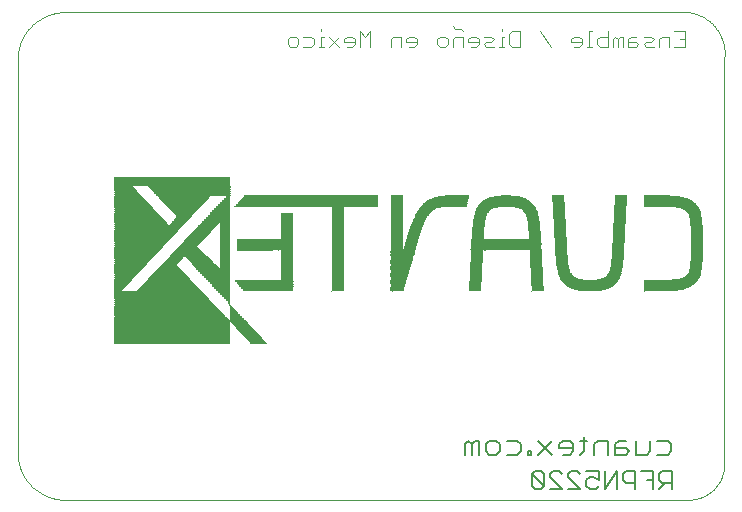
<source format=gbo>
G75*
%MOIN*%
%OFA0B0*%
%FSLAX25Y25*%
%IPPOS*%
%LPD*%
%AMOC8*
5,1,8,0,0,1.08239X$1,22.5*
%
%ADD10C,0.00000*%
%ADD11C,0.00500*%
%ADD12C,0.00600*%
%ADD13C,0.00400*%
%ADD14R,0.00111X0.00111*%
%ADD15R,0.38526X0.00111*%
%ADD16R,0.05425X0.00111*%
%ADD17R,0.38526X0.00111*%
%ADD18R,0.05424X0.00111*%
%ADD19R,0.05314X0.00111*%
%ADD20R,0.05314X0.00111*%
%ADD21R,0.05314X0.00111*%
%ADD22R,0.05314X0.00111*%
%ADD23R,0.05425X0.00111*%
%ADD24R,0.05424X0.00111*%
%ADD25R,0.43951X0.00111*%
%ADD26R,0.43841X0.00111*%
%ADD27R,0.38416X0.00111*%
%ADD28R,0.05204X0.00111*%
%ADD29R,0.38305X0.00111*%
%ADD30R,0.05093X0.00111*%
%ADD31R,0.38194X0.00111*%
%ADD32R,0.04982X0.00111*%
%ADD33R,0.38084X0.00111*%
%ADD34R,0.04871X0.00111*%
%ADD35R,0.37973X0.00111*%
%ADD36R,0.04761X0.00111*%
%ADD37R,0.37862X0.00111*%
%ADD38R,0.04650X0.00111*%
%ADD39R,0.37752X0.00111*%
%ADD40R,0.04539X0.00111*%
%ADD41R,0.37641X0.00111*%
%ADD42R,0.04428X0.00111*%
%ADD43R,0.37530X0.00111*%
%ADD44R,0.04318X0.00111*%
%ADD45R,0.37419X0.00111*%
%ADD46R,0.04207X0.00111*%
%ADD47R,0.37309X0.00111*%
%ADD48R,0.04096X0.00111*%
%ADD49R,0.37198X0.00111*%
%ADD50R,0.04096X0.00111*%
%ADD51R,0.37087X0.00111*%
%ADD52R,0.03875X0.00111*%
%ADD53R,0.36977X0.00111*%
%ADD54R,0.03875X0.00111*%
%ADD55R,0.36866X0.00111*%
%ADD56R,0.03764X0.00111*%
%ADD57R,0.03654X0.00111*%
%ADD58R,0.36755X0.00111*%
%ADD59R,0.03543X0.00111*%
%ADD60R,0.36644X0.00111*%
%ADD61R,0.03432X0.00111*%
%ADD62R,0.36534X0.00111*%
%ADD63R,0.03321X0.00111*%
%ADD64R,0.36423X0.00111*%
%ADD65R,0.03211X0.00111*%
%ADD66R,0.36312X0.00111*%
%ADD67R,0.03100X0.00111*%
%ADD68R,0.36202X0.00111*%
%ADD69R,0.02989X0.00111*%
%ADD70R,0.36091X0.00111*%
%ADD71R,0.02879X0.00111*%
%ADD72R,0.35980X0.00111*%
%ADD73R,0.02768X0.00111*%
%ADD74R,0.35870X0.00111*%
%ADD75R,0.02657X0.00111*%
%ADD76R,0.35759X0.00111*%
%ADD77R,0.02546X0.00111*%
%ADD78R,0.35648X0.00111*%
%ADD79R,0.02436X0.00111*%
%ADD80R,0.35537X0.00111*%
%ADD81R,0.02436X0.00111*%
%ADD82R,0.35427X0.00111*%
%ADD83R,0.02325X0.00111*%
%ADD84R,0.35316X0.00111*%
%ADD85R,0.02214X0.00111*%
%ADD86R,0.35205X0.00111*%
%ADD87R,0.02104X0.00111*%
%ADD88R,0.35205X0.00111*%
%ADD89R,0.01993X0.00111*%
%ADD90R,0.35094X0.00111*%
%ADD91R,0.01882X0.00111*%
%ADD92R,0.34984X0.00111*%
%ADD93R,0.01772X0.00111*%
%ADD94R,0.34873X0.00111*%
%ADD95R,0.01661X0.00111*%
%ADD96R,0.34763X0.00111*%
%ADD97R,0.01550X0.00111*%
%ADD98R,0.34652X0.00111*%
%ADD99R,0.01439X0.00111*%
%ADD100R,0.34541X0.00111*%
%ADD101R,0.01329X0.00111*%
%ADD102R,0.34430X0.00111*%
%ADD103R,0.01218X0.00111*%
%ADD104R,0.34320X0.00111*%
%ADD105R,0.01107X0.00111*%
%ADD106R,0.34209X0.00111*%
%ADD107R,0.00996X0.00111*%
%ADD108R,0.34098X0.00111*%
%ADD109R,0.00886X0.00111*%
%ADD110R,0.33987X0.00111*%
%ADD111R,0.00775X0.00111*%
%ADD112R,0.33877X0.00111*%
%ADD113R,0.00665X0.00111*%
%ADD114R,0.33766X0.00111*%
%ADD115R,0.00665X0.00111*%
%ADD116R,0.33656X0.00111*%
%ADD117R,0.00554X0.00111*%
%ADD118R,0.33544X0.00111*%
%ADD119R,0.00332X0.00111*%
%ADD120R,0.33544X0.00111*%
%ADD121R,0.00332X0.00111*%
%ADD122R,0.33434X0.00111*%
%ADD123R,0.00222X0.00111*%
%ADD124R,0.33323X0.00111*%
%ADD125R,0.00111X0.00111*%
%ADD126R,0.33213X0.00111*%
%ADD127R,0.33102X0.00111*%
%ADD128R,0.32991X0.00111*%
%ADD129R,0.00221X0.00111*%
%ADD130R,0.32880X0.00111*%
%ADD131R,0.00332X0.00111*%
%ADD132R,0.32770X0.00111*%
%ADD133R,0.00443X0.00111*%
%ADD134R,0.32659X0.00111*%
%ADD135R,0.32548X0.00111*%
%ADD136R,0.00664X0.00111*%
%ADD137R,0.32437X0.00111*%
%ADD138R,0.00775X0.00111*%
%ADD139R,0.32327X0.00111*%
%ADD140R,0.00885X0.00111*%
%ADD141R,0.32216X0.00111*%
%ADD142R,0.00885X0.00111*%
%ADD143R,0.32106X0.00111*%
%ADD144R,0.00996X0.00111*%
%ADD145R,0.31995X0.00111*%
%ADD146R,0.01107X0.00111*%
%ADD147R,0.31884X0.00111*%
%ADD148R,0.01218X0.00111*%
%ADD149R,0.31773X0.00111*%
%ADD150R,0.01328X0.00111*%
%ADD151R,0.31663X0.00111*%
%ADD152R,0.01439X0.00111*%
%ADD153R,0.01550X0.00111*%
%ADD154R,0.31552X0.00111*%
%ADD155R,0.01661X0.00111*%
%ADD156R,0.31441X0.00111*%
%ADD157R,0.01771X0.00111*%
%ADD158R,0.31330X0.00111*%
%ADD159R,0.01882X0.00111*%
%ADD160R,0.31220X0.00111*%
%ADD161R,0.01993X0.00111*%
%ADD162R,0.31109X0.00111*%
%ADD163R,0.02103X0.00111*%
%ADD164R,0.30998X0.00111*%
%ADD165R,0.02214X0.00111*%
%ADD166R,0.30888X0.00111*%
%ADD167R,0.02325X0.00111*%
%ADD168R,0.30777X0.00111*%
%ADD169R,0.02435X0.00111*%
%ADD170R,0.30666X0.00111*%
%ADD171R,0.02546X0.00111*%
%ADD172R,0.30556X0.00111*%
%ADD173R,0.02657X0.00111*%
%ADD174R,0.30445X0.00111*%
%ADD175R,0.30334X0.00111*%
%ADD176R,0.02768X0.00111*%
%ADD177R,0.30223X0.00111*%
%ADD178R,0.02878X0.00111*%
%ADD179R,0.30223X0.00111*%
%ADD180R,0.02989X0.00111*%
%ADD181R,0.30002X0.00111*%
%ADD182R,0.03100X0.00111*%
%ADD183R,0.29891X0.00111*%
%ADD184R,0.03210X0.00111*%
%ADD185R,0.29891X0.00111*%
%ADD186R,0.03321X0.00111*%
%ADD187R,0.29781X0.00111*%
%ADD188R,0.03432X0.00111*%
%ADD189R,0.29670X0.00111*%
%ADD190R,0.03543X0.00111*%
%ADD191R,0.29559X0.00111*%
%ADD192R,0.03653X0.00111*%
%ADD193R,0.29448X0.00111*%
%ADD194R,0.03764X0.00111*%
%ADD195R,0.29338X0.00111*%
%ADD196R,0.29227X0.00111*%
%ADD197R,0.03985X0.00111*%
%ADD198R,0.29116X0.00111*%
%ADD199R,0.04096X0.00111*%
%ADD200R,0.02435X0.00111*%
%ADD201R,0.26459X0.00111*%
%ADD202R,0.04207X0.00111*%
%ADD203R,0.00111X0.00111*%
%ADD204R,0.00222X0.00111*%
%ADD205R,0.02325X0.00111*%
%ADD206R,0.21145X0.00111*%
%ADD207R,0.04317X0.00111*%
%ADD208R,0.16495X0.00111*%
%ADD209R,0.04096X0.00111*%
%ADD210R,0.04207X0.00111*%
%ADD211R,0.05093X0.00111*%
%ADD212R,0.09300X0.00111*%
%ADD213R,0.20924X0.00111*%
%ADD214R,0.16495X0.00111*%
%ADD215R,0.04318X0.00111*%
%ADD216R,0.06864X0.00111*%
%ADD217R,0.10517X0.00111*%
%ADD218R,0.02546X0.00111*%
%ADD219R,0.20703X0.00111*%
%ADD220R,0.04539X0.00111*%
%ADD221R,0.16606X0.00111*%
%ADD222R,0.04428X0.00111*%
%ADD223R,0.08192X0.00111*%
%ADD224R,0.11514X0.00111*%
%ADD225R,0.20592X0.00111*%
%ADD226R,0.04650X0.00111*%
%ADD227R,0.16717X0.00111*%
%ADD228R,0.09410X0.00111*%
%ADD229R,0.12178X0.00111*%
%ADD230R,0.20370X0.00111*%
%ADD231R,0.16828X0.00111*%
%ADD232R,0.09964X0.00111*%
%ADD233R,0.12510X0.00111*%
%ADD234R,0.20149X0.00111*%
%ADD235R,0.04760X0.00111*%
%ADD236R,0.16938X0.00111*%
%ADD237R,0.10850X0.00111*%
%ADD238R,0.13174X0.00111*%
%ADD239R,0.19928X0.00111*%
%ADD240R,0.04871X0.00111*%
%ADD241R,0.16938X0.00111*%
%ADD242R,0.04539X0.00111*%
%ADD243R,0.11513X0.00111*%
%ADD244R,0.13506X0.00111*%
%ADD245R,0.03100X0.00111*%
%ADD246R,0.19817X0.00111*%
%ADD247R,0.04982X0.00111*%
%ADD248R,0.17160X0.00111*%
%ADD249R,0.12067X0.00111*%
%ADD250R,0.13839X0.00111*%
%ADD251R,0.19596X0.00111*%
%ADD252R,0.05093X0.00111*%
%ADD253R,0.17160X0.00111*%
%ADD254R,0.12620X0.00111*%
%ADD255R,0.14170X0.00111*%
%ADD256R,0.19374X0.00111*%
%ADD257R,0.05203X0.00111*%
%ADD258R,0.17270X0.00111*%
%ADD259R,0.13064X0.00111*%
%ADD260R,0.14503X0.00111*%
%ADD261R,0.19152X0.00111*%
%ADD262R,0.17381X0.00111*%
%ADD263R,0.04650X0.00111*%
%ADD264R,0.13506X0.00111*%
%ADD265R,0.14724X0.00111*%
%ADD266R,0.18931X0.00111*%
%ADD267R,0.17492X0.00111*%
%ADD268R,0.13950X0.00111*%
%ADD269R,0.14946X0.00111*%
%ADD270R,0.03653X0.00111*%
%ADD271R,0.18710X0.00111*%
%ADD272R,0.05535X0.00111*%
%ADD273R,0.17602X0.00111*%
%ADD274R,0.04761X0.00111*%
%ADD275R,0.14392X0.00111*%
%ADD276R,0.15167X0.00111*%
%ADD277R,0.18489X0.00111*%
%ADD278R,0.05646X0.00111*%
%ADD279R,0.17713X0.00111*%
%ADD280R,0.14724X0.00111*%
%ADD281R,0.15389X0.00111*%
%ADD282R,0.18267X0.00111*%
%ADD283R,0.05757X0.00111*%
%ADD284R,0.17824X0.00111*%
%ADD285R,0.15057X0.00111*%
%ADD286R,0.15610X0.00111*%
%ADD287R,0.18045X0.00111*%
%ADD288R,0.05867X0.00111*%
%ADD289R,0.17824X0.00111*%
%ADD290R,0.15499X0.00111*%
%ADD291R,0.15831X0.00111*%
%ADD292R,0.03985X0.00111*%
%ADD293R,0.05978X0.00111*%
%ADD294R,0.17935X0.00111*%
%ADD295R,0.04871X0.00111*%
%ADD296R,0.15720X0.00111*%
%ADD297R,0.15942X0.00111*%
%ADD298R,0.17603X0.00111*%
%ADD299R,0.06089X0.00111*%
%ADD300R,0.16053X0.00111*%
%ADD301R,0.16163X0.00111*%
%ADD302R,0.17381X0.00111*%
%ADD303R,0.06200X0.00111*%
%ADD304R,0.18156X0.00111*%
%ADD305R,0.16385X0.00111*%
%ADD306R,0.16274X0.00111*%
%ADD307R,0.16606X0.00111*%
%ADD308R,0.16496X0.00111*%
%ADD309R,0.17049X0.00111*%
%ADD310R,0.06310X0.00111*%
%ADD311R,0.18378X0.00111*%
%ADD312R,0.16717X0.00111*%
%ADD313R,0.06421X0.00111*%
%ADD314R,0.18488X0.00111*%
%ADD315R,0.17049X0.00111*%
%ADD316R,0.06531X0.00111*%
%ADD317R,0.18599X0.00111*%
%ADD318R,0.17271X0.00111*%
%ADD319R,0.16828X0.00111*%
%ADD320R,0.04760X0.00111*%
%ADD321R,0.06643X0.00111*%
%ADD322R,0.18709X0.00111*%
%ADD323R,0.17492X0.00111*%
%ADD324R,0.16163X0.00111*%
%ADD325R,0.06753X0.00111*%
%ADD326R,0.17049X0.00111*%
%ADD327R,0.06864X0.00111*%
%ADD328R,0.18820X0.00111*%
%ADD329R,0.05203X0.00111*%
%ADD330R,0.15831X0.00111*%
%ADD331R,0.06974X0.00111*%
%ADD332R,0.18045X0.00111*%
%ADD333R,0.15610X0.00111*%
%ADD334R,0.07085X0.00111*%
%ADD335R,0.19042X0.00111*%
%ADD336R,0.18156X0.00111*%
%ADD337R,0.07196X0.00111*%
%ADD338R,0.19152X0.00111*%
%ADD339R,0.18378X0.00111*%
%ADD340R,0.15167X0.00111*%
%ADD341R,0.07307X0.00111*%
%ADD342R,0.18599X0.00111*%
%ADD343R,0.17603X0.00111*%
%ADD344R,0.14946X0.00111*%
%ADD345R,0.07417X0.00111*%
%ADD346R,0.19263X0.00111*%
%ADD347R,0.17713X0.00111*%
%ADD348R,0.07528X0.00111*%
%ADD349R,0.18820X0.00111*%
%ADD350R,0.05757X0.00111*%
%ADD351R,0.14503X0.00111*%
%ADD352R,0.07639X0.00111*%
%ADD353R,0.08524X0.00111*%
%ADD354R,0.08635X0.00111*%
%ADD355R,0.10739X0.00111*%
%ADD356R,0.14281X0.00111*%
%ADD357R,0.07750X0.00111*%
%ADD358R,0.08414X0.00111*%
%ADD359R,0.05978X0.00111*%
%ADD360R,0.14060X0.00111*%
%ADD361R,0.07860X0.00111*%
%ADD362R,0.05535X0.00111*%
%ADD363R,0.06532X0.00111*%
%ADD364R,0.05978X0.00111*%
%ADD365R,0.07971X0.00111*%
%ADD366R,0.06643X0.00111*%
%ADD367R,0.06089X0.00111*%
%ADD368R,0.13728X0.00111*%
%ADD369R,0.07971X0.00111*%
%ADD370R,0.05757X0.00111*%
%ADD371R,0.06310X0.00111*%
%ADD372R,0.06200X0.00111*%
%ADD373R,0.08081X0.00111*%
%ADD374R,0.05868X0.00111*%
%ADD375R,0.13285X0.00111*%
%ADD376R,0.08192X0.00111*%
%ADD377R,0.13174X0.00111*%
%ADD378R,0.08303X0.00111*%
%ADD379R,0.06532X0.00111*%
%ADD380R,0.12953X0.00111*%
%ADD381R,0.08414X0.00111*%
%ADD382R,0.05646X0.00111*%
%ADD383R,0.12731X0.00111*%
%ADD384R,0.08524X0.00111*%
%ADD385R,0.06753X0.00111*%
%ADD386R,0.12510X0.00111*%
%ADD387R,0.12289X0.00111*%
%ADD388R,0.08746X0.00111*%
%ADD389R,0.12067X0.00111*%
%ADD390R,0.08857X0.00111*%
%ADD391R,0.07085X0.00111*%
%ADD392R,0.11846X0.00111*%
%ADD393R,0.08967X0.00111*%
%ADD394R,0.04650X0.00111*%
%ADD395R,0.11624X0.00111*%
%ADD396R,0.09078X0.00111*%
%ADD397R,0.05868X0.00111*%
%ADD398R,0.04539X0.00111*%
%ADD399R,0.07307X0.00111*%
%ADD400R,0.11403X0.00111*%
%ADD401R,0.09189X0.00111*%
%ADD402R,0.07417X0.00111*%
%ADD403R,0.11181X0.00111*%
%ADD404R,0.09299X0.00111*%
%ADD405R,0.10960X0.00111*%
%ADD406R,0.07528X0.00111*%
%ADD407R,0.10739X0.00111*%
%ADD408R,0.09521X0.00111*%
%ADD409R,0.07639X0.00111*%
%ADD410R,0.09631X0.00111*%
%ADD411R,0.07750X0.00111*%
%ADD412R,0.10407X0.00111*%
%ADD413R,0.09742X0.00111*%
%ADD414R,0.10185X0.00111*%
%ADD415R,0.09742X0.00111*%
%ADD416R,0.09853X0.00111*%
%ADD417R,0.09853X0.00111*%
%ADD418R,0.09964X0.00111*%
%ADD419R,0.04207X0.00111*%
%ADD420R,0.08193X0.00111*%
%ADD421R,0.09632X0.00111*%
%ADD422R,0.10074X0.00111*%
%ADD423R,0.04317X0.00111*%
%ADD424R,0.08303X0.00111*%
%ADD425R,0.09410X0.00111*%
%ADD426R,0.10185X0.00111*%
%ADD427R,0.10296X0.00111*%
%ADD428R,0.08967X0.00111*%
%ADD429R,0.10406X0.00111*%
%ADD430R,0.08746X0.00111*%
%ADD431R,0.10517X0.00111*%
%ADD432R,0.08635X0.00111*%
%ADD433R,0.08525X0.00111*%
%ADD434R,0.10628X0.00111*%
%ADD435R,0.08857X0.00111*%
%ADD436R,0.08081X0.00111*%
%ADD437R,0.10849X0.00111*%
%ADD438R,0.06421X0.00111*%
%ADD439R,0.10960X0.00111*%
%ADD440R,0.09078X0.00111*%
%ADD441R,0.07639X0.00111*%
%ADD442R,0.11071X0.00111*%
%ADD443R,0.06421X0.00111*%
%ADD444R,0.09189X0.00111*%
%ADD445R,0.07418X0.00111*%
%ADD446R,0.07196X0.00111*%
%ADD447R,0.07860X0.00111*%
%ADD448R,0.07085X0.00111*%
%ADD449R,0.09521X0.00111*%
%ADD450R,0.03986X0.00111*%
%ADD451R,0.09631X0.00111*%
%ADD452R,0.06311X0.00111*%
%ADD453R,0.05204X0.00111*%
%ADD454R,0.06975X0.00111*%
%ADD455R,0.06975X0.00111*%
%ADD456R,0.10739X0.00111*%
%ADD457R,0.10849X0.00111*%
%ADD458R,0.11071X0.00111*%
%ADD459R,0.11181X0.00111*%
%ADD460R,0.11292X0.00111*%
%ADD461R,0.07528X0.00111*%
%ADD462R,0.11514X0.00111*%
%ADD463R,0.07528X0.00111*%
%ADD464R,0.11735X0.00111*%
%ADD465R,0.04871X0.00111*%
%ADD466R,0.11846X0.00111*%
%ADD467R,0.11956X0.00111*%
%ADD468R,0.12289X0.00111*%
%ADD469R,0.07418X0.00111*%
%ADD470R,0.12621X0.00111*%
%ADD471R,0.12731X0.00111*%
%ADD472R,0.12842X0.00111*%
%ADD473R,0.12953X0.00111*%
%ADD474R,0.03986X0.00111*%
%ADD475R,0.13063X0.00111*%
%ADD476R,0.07307X0.00111*%
%ADD477R,0.13285X0.00111*%
%ADD478R,0.13396X0.00111*%
%ADD479R,0.11624X0.00111*%
%ADD480R,0.13617X0.00111*%
%ADD481R,0.11403X0.00111*%
%ADD482R,0.10960X0.00111*%
%ADD483R,0.13949X0.00111*%
%ADD484R,0.14060X0.00111*%
%ADD485R,0.14060X0.00111*%
%ADD486R,0.10296X0.00111*%
%ADD487R,0.07971X0.00111*%
%ADD488R,0.09743X0.00111*%
%ADD489R,0.07971X0.00111*%
%ADD490R,0.14392X0.00111*%
%ADD491R,0.03764X0.00111*%
%ADD492R,0.14613X0.00111*%
%ADD493R,0.09189X0.00111*%
%ADD494R,0.14835X0.00111*%
%ADD495R,0.15056X0.00111*%
%ADD496R,0.00443X0.00111*%
%ADD497R,0.15167X0.00111*%
%ADD498R,0.23692X0.00111*%
%ADD499R,0.15278X0.00111*%
%ADD500R,0.18599X0.00111*%
%ADD501R,0.15389X0.00111*%
%ADD502R,0.23692X0.00111*%
%ADD503R,0.15499X0.00111*%
%ADD504R,0.23470X0.00111*%
%ADD505R,0.23470X0.00111*%
%ADD506R,0.16053X0.00111*%
%ADD507R,0.06311X0.00111*%
%ADD508R,0.18709X0.00111*%
%ADD509R,0.05867X0.00111*%
%ADD510R,0.16385X0.00111*%
%ADD511R,0.23359X0.00111*%
%ADD512R,0.23359X0.00111*%
%ADD513R,0.23249X0.00111*%
%ADD514R,0.17381X0.00111*%
%ADD515R,0.17492X0.00111*%
%ADD516R,0.23249X0.00111*%
%ADD517R,0.17935X0.00111*%
%ADD518R,0.18156X0.00111*%
%ADD519R,0.18378X0.00111*%
%ADD520R,0.14835X0.00111*%
%ADD521R,0.18488X0.00111*%
%ADD522R,0.19263X0.00111*%
%ADD523R,0.19595X0.00111*%
%ADD524R,0.19595X0.00111*%
%ADD525R,0.19706X0.00111*%
%ADD526R,0.19817X0.00111*%
%ADD527R,0.20038X0.00111*%
%ADD528R,0.20149X0.00111*%
%ADD529R,0.20259X0.00111*%
%ADD530R,0.20481X0.00111*%
%ADD531R,0.20592X0.00111*%
%ADD532R,0.05978X0.00111*%
%ADD533R,0.20702X0.00111*%
%ADD534R,0.20813X0.00111*%
%ADD535R,0.21035X0.00111*%
%ADD536R,0.21035X0.00111*%
%ADD537R,0.21145X0.00111*%
%ADD538R,0.21256X0.00111*%
%ADD539R,0.21367X0.00111*%
%ADD540R,0.21478X0.00111*%
%ADD541R,0.21588X0.00111*%
%ADD542R,0.21699X0.00111*%
%ADD543R,0.21809X0.00111*%
%ADD544R,0.21920X0.00111*%
%ADD545R,0.22031X0.00111*%
%ADD546R,0.22142X0.00111*%
%ADD547R,0.22252X0.00111*%
%ADD548R,0.22363X0.00111*%
%ADD549R,0.22474X0.00111*%
%ADD550R,0.22585X0.00111*%
%ADD551R,0.22695X0.00111*%
%ADD552R,0.22695X0.00111*%
%ADD553R,0.22806X0.00111*%
%ADD554R,0.03210X0.00111*%
%ADD555R,0.08746X0.00111*%
%ADD556R,0.16385X0.00111*%
%ADD557R,0.16274X0.00111*%
%ADD558R,0.07639X0.00111*%
%ADD559R,0.15278X0.00111*%
%ADD560R,0.07085X0.00111*%
%ADD561R,0.14835X0.00111*%
%ADD562R,0.06531X0.00111*%
%ADD563R,0.14281X0.00111*%
%ADD564R,0.06421X0.00111*%
%ADD565R,0.13839X0.00111*%
%ADD566R,0.08082X0.00111*%
%ADD567R,0.13728X0.00111*%
%ADD568R,0.09853X0.00111*%
%ADD569R,0.05646X0.00111*%
%ADD570R,0.10296X0.00111*%
%ADD571R,0.06200X0.00111*%
%ADD572R,0.06864X0.00111*%
%ADD573R,0.12399X0.00111*%
%ADD574R,0.47715X0.00111*%
%ADD575R,0.12178X0.00111*%
%ADD576R,0.11403X0.00111*%
%ADD577R,0.47605X0.00111*%
%ADD578R,0.47494X0.00111*%
%ADD579R,0.11846X0.00111*%
%ADD580R,0.47383X0.00111*%
%ADD581R,0.47272X0.00111*%
%ADD582R,0.11735X0.00111*%
%ADD583R,0.47162X0.00111*%
%ADD584R,0.14724X0.00111*%
%ADD585R,0.18156X0.00111*%
%ADD586R,0.12510X0.00111*%
%ADD587R,0.47051X0.00111*%
%ADD588R,0.14613X0.00111*%
%ADD589R,0.17270X0.00111*%
%ADD590R,0.46940X0.00111*%
%ADD591R,0.03543X0.00111*%
%ADD592R,0.46830X0.00111*%
%ADD593R,0.17492X0.00111*%
%ADD594R,0.03432X0.00111*%
%ADD595R,0.46719X0.00111*%
%ADD596R,0.46608X0.00111*%
%ADD597R,0.13396X0.00111*%
%ADD598R,0.46498X0.00111*%
%ADD599R,0.14170X0.00111*%
%ADD600R,0.13617X0.00111*%
%ADD601R,0.46498X0.00111*%
%ADD602R,0.46387X0.00111*%
%ADD603R,0.16385X0.00111*%
%ADD604R,0.46276X0.00111*%
%ADD605R,0.02878X0.00111*%
%ADD606R,0.46165X0.00111*%
%ADD607R,0.13728X0.00111*%
%ADD608R,0.10628X0.00111*%
%ADD609R,0.46055X0.00111*%
%ADD610R,0.15942X0.00111*%
%ADD611R,0.45944X0.00111*%
%ADD612R,0.15278X0.00111*%
%ADD613R,0.45833X0.00111*%
%ADD614R,0.45722X0.00111*%
%ADD615R,0.45612X0.00111*%
%ADD616R,0.12953X0.00111*%
%ADD617R,0.14171X0.00111*%
%ADD618R,0.15056X0.00111*%
%ADD619R,0.10074X0.00111*%
%ADD620R,0.45501X0.00111*%
%ADD621R,0.12621X0.00111*%
%ADD622R,0.15831X0.00111*%
%ADD623R,0.45501X0.00111*%
%ADD624R,0.12510X0.00111*%
%ADD625R,0.01993X0.00111*%
%ADD626R,0.45391X0.00111*%
%ADD627R,0.01882X0.00111*%
%ADD628R,0.45169X0.00111*%
%ADD629R,0.45058X0.00111*%
%ADD630R,0.11957X0.00111*%
%ADD631R,0.16496X0.00111*%
%ADD632R,0.44948X0.00111*%
%ADD633R,0.44837X0.00111*%
%ADD634R,0.10407X0.00111*%
%ADD635R,0.16939X0.00111*%
%ADD636R,0.01550X0.00111*%
%ADD637R,0.44837X0.00111*%
%ADD638R,0.12399X0.00111*%
%ADD639R,0.09300X0.00111*%
%ADD640R,0.44726X0.00111*%
%ADD641R,0.08746X0.00111*%
%ADD642R,0.44615X0.00111*%
%ADD643R,0.09743X0.00111*%
%ADD644R,0.44394X0.00111*%
%ADD645R,0.44394X0.00111*%
%ADD646R,0.03543X0.00111*%
%ADD647R,0.24356X0.00111*%
%ADD648R,0.24467X0.00111*%
%ADD649R,0.24577X0.00111*%
%ADD650R,0.24688X0.00111*%
%ADD651R,0.24798X0.00111*%
%ADD652R,0.24909X0.00111*%
%ADD653R,0.25020X0.00111*%
%ADD654R,0.25131X0.00111*%
%ADD655R,0.25241X0.00111*%
%ADD656R,0.25352X0.00111*%
%ADD657R,0.25352X0.00111*%
%ADD658R,0.25463X0.00111*%
%ADD659R,0.25574X0.00111*%
%ADD660R,0.25684X0.00111*%
%ADD661R,0.25795X0.00111*%
%ADD662R,0.25906X0.00111*%
%ADD663R,0.26017X0.00111*%
%ADD664R,0.26127X0.00111*%
%ADD665R,0.06974X0.00111*%
%ADD666R,0.26238X0.00111*%
%ADD667R,0.26348X0.00111*%
%ADD668R,0.26459X0.00111*%
%ADD669R,0.26570X0.00111*%
%ADD670R,0.26681X0.00111*%
%ADD671R,0.26791X0.00111*%
%ADD672R,0.26902X0.00111*%
%ADD673R,0.27013X0.00111*%
%ADD674R,0.27013X0.00111*%
%ADD675R,0.27124X0.00111*%
%ADD676R,0.27234X0.00111*%
D10*
X0021911Y0017616D02*
X0021911Y0148679D01*
X0021910Y0148679D02*
X0021915Y0149064D01*
X0021929Y0149450D01*
X0021953Y0149835D01*
X0021987Y0150219D01*
X0022029Y0150603D01*
X0022082Y0150985D01*
X0022143Y0151366D01*
X0022214Y0151745D01*
X0022294Y0152122D01*
X0022383Y0152498D01*
X0022482Y0152871D01*
X0022589Y0153241D01*
X0022706Y0153609D01*
X0022832Y0153974D01*
X0022966Y0154335D01*
X0023110Y0154693D01*
X0023262Y0155048D01*
X0023423Y0155399D01*
X0023592Y0155745D01*
X0023770Y0156088D01*
X0023956Y0156426D01*
X0024150Y0156759D01*
X0024353Y0157087D01*
X0024563Y0157411D01*
X0024781Y0157729D01*
X0025007Y0158041D01*
X0025241Y0158348D01*
X0025482Y0158650D01*
X0025730Y0158945D01*
X0025986Y0159234D01*
X0026249Y0159516D01*
X0026518Y0159792D01*
X0026794Y0160062D01*
X0027077Y0160324D01*
X0027366Y0160580D01*
X0027661Y0160828D01*
X0027962Y0161070D01*
X0028269Y0161303D01*
X0028582Y0161529D01*
X0028900Y0161747D01*
X0029223Y0161958D01*
X0029552Y0162160D01*
X0029885Y0162355D01*
X0030223Y0162541D01*
X0030565Y0162719D01*
X0030912Y0162888D01*
X0031263Y0163049D01*
X0031617Y0163201D01*
X0031975Y0163344D01*
X0032337Y0163479D01*
X0032702Y0163604D01*
X0033070Y0163721D01*
X0033440Y0163828D01*
X0033813Y0163927D01*
X0034188Y0164016D01*
X0034566Y0164096D01*
X0034945Y0164167D01*
X0035326Y0164229D01*
X0035708Y0164281D01*
X0036091Y0164323D01*
X0036476Y0164357D01*
X0036861Y0164381D01*
X0037246Y0164395D01*
X0037632Y0164400D01*
X0037633Y0164400D02*
X0245533Y0164400D01*
X0245533Y0164399D02*
X0245866Y0164349D01*
X0246197Y0164291D01*
X0246528Y0164225D01*
X0246856Y0164151D01*
X0247183Y0164070D01*
X0247507Y0163980D01*
X0247829Y0163882D01*
X0248149Y0163777D01*
X0248466Y0163664D01*
X0248780Y0163544D01*
X0249092Y0163416D01*
X0249400Y0163280D01*
X0249705Y0163137D01*
X0250006Y0162987D01*
X0250303Y0162829D01*
X0250597Y0162664D01*
X0250886Y0162493D01*
X0251172Y0162314D01*
X0251452Y0162128D01*
X0251729Y0161936D01*
X0252000Y0161737D01*
X0252267Y0161532D01*
X0252529Y0161320D01*
X0252785Y0161102D01*
X0253036Y0160878D01*
X0253282Y0160647D01*
X0253522Y0160411D01*
X0253756Y0160169D01*
X0253984Y0159922D01*
X0254207Y0159669D01*
X0254423Y0159411D01*
X0254632Y0159148D01*
X0254836Y0158879D01*
X0255032Y0158606D01*
X0255223Y0158329D01*
X0255406Y0158046D01*
X0255583Y0157760D01*
X0255752Y0157469D01*
X0255914Y0157174D01*
X0256070Y0156875D01*
X0256218Y0156573D01*
X0256358Y0156267D01*
X0256492Y0155958D01*
X0256617Y0155646D01*
X0256735Y0155330D01*
X0256846Y0155012D01*
X0256949Y0154692D01*
X0257044Y0154369D01*
X0257131Y0154044D01*
X0257210Y0153717D01*
X0257281Y0153388D01*
X0257345Y0153057D01*
X0257400Y0152725D01*
X0257447Y0152392D01*
X0257487Y0152057D01*
X0257518Y0151722D01*
X0257541Y0151386D01*
X0257556Y0151050D01*
X0257563Y0150713D01*
X0257561Y0150377D01*
X0257552Y0150040D01*
X0257534Y0149704D01*
X0257508Y0149368D01*
X0257475Y0149034D01*
X0257433Y0148700D01*
X0257415Y0013710D01*
X0257412Y0013425D01*
X0257402Y0013140D01*
X0257385Y0012855D01*
X0257361Y0012570D01*
X0257330Y0012286D01*
X0257293Y0012003D01*
X0257248Y0011721D01*
X0257197Y0011440D01*
X0257139Y0011161D01*
X0257074Y0010883D01*
X0257003Y0010606D01*
X0256925Y0010332D01*
X0256840Y0010059D01*
X0256748Y0009788D01*
X0256651Y0009520D01*
X0256546Y0009254D01*
X0256436Y0008991D01*
X0256319Y0008731D01*
X0256195Y0008473D01*
X0256066Y0008219D01*
X0255930Y0007968D01*
X0255788Y0007720D01*
X0255641Y0007475D01*
X0255487Y0007235D01*
X0255328Y0006998D01*
X0255163Y0006765D01*
X0254992Y0006536D01*
X0254816Y0006311D01*
X0254635Y0006091D01*
X0254448Y0005875D01*
X0254256Y0005663D01*
X0254059Y0005456D01*
X0253858Y0005255D01*
X0253651Y0005058D01*
X0253439Y0004866D01*
X0253223Y0004679D01*
X0253003Y0004498D01*
X0252778Y0004322D01*
X0252549Y0004151D01*
X0252316Y0003986D01*
X0252079Y0003827D01*
X0251839Y0003673D01*
X0251594Y0003526D01*
X0251346Y0003384D01*
X0251095Y0003248D01*
X0250841Y0003119D01*
X0250583Y0002995D01*
X0250323Y0002878D01*
X0250060Y0002768D01*
X0249794Y0002663D01*
X0249526Y0002566D01*
X0249255Y0002474D01*
X0248982Y0002389D01*
X0248708Y0002311D01*
X0248431Y0002240D01*
X0248153Y0002175D01*
X0247874Y0002117D01*
X0247593Y0002066D01*
X0247311Y0002021D01*
X0247028Y0001984D01*
X0246744Y0001953D01*
X0246459Y0001929D01*
X0246174Y0001912D01*
X0245889Y0001902D01*
X0245604Y0001899D01*
X0037628Y0001868D01*
X0037242Y0001874D01*
X0036856Y0001888D01*
X0036471Y0001913D01*
X0036087Y0001947D01*
X0035703Y0001990D01*
X0035321Y0002043D01*
X0034940Y0002105D01*
X0034560Y0002176D01*
X0034183Y0002256D01*
X0033807Y0002346D01*
X0033434Y0002445D01*
X0033064Y0002553D01*
X0032696Y0002671D01*
X0032331Y0002797D01*
X0031969Y0002932D01*
X0031611Y0003076D01*
X0031256Y0003228D01*
X0030906Y0003390D01*
X0030559Y0003559D01*
X0030217Y0003738D01*
X0029879Y0003924D01*
X0029545Y0004119D01*
X0029217Y0004322D01*
X0028894Y0004533D01*
X0028576Y0004752D01*
X0028263Y0004978D01*
X0027956Y0005212D01*
X0027655Y0005454D01*
X0027360Y0005703D01*
X0027071Y0005959D01*
X0026789Y0006222D01*
X0026513Y0006491D01*
X0026243Y0006768D01*
X0025981Y0007051D01*
X0025725Y0007340D01*
X0025477Y0007636D01*
X0025236Y0007938D01*
X0025003Y0008245D01*
X0024777Y0008558D01*
X0024559Y0008877D01*
X0024348Y0009200D01*
X0024146Y0009529D01*
X0023952Y0009863D01*
X0023766Y0010201D01*
X0023588Y0010544D01*
X0023419Y0010891D01*
X0023259Y0011242D01*
X0023107Y0011597D01*
X0022964Y0011955D01*
X0022829Y0012317D01*
X0022704Y0012682D01*
X0022587Y0013050D01*
X0022480Y0013421D01*
X0022382Y0013794D01*
X0022293Y0014170D01*
X0022213Y0014548D01*
X0022142Y0014927D01*
X0022081Y0015308D01*
X0022029Y0015691D01*
X0021987Y0016074D01*
X0021954Y0016459D01*
X0021930Y0016844D01*
X0021916Y0017230D01*
X0021911Y0017616D01*
D11*
X0193274Y0010428D02*
X0193274Y0006358D01*
X0194291Y0005341D01*
X0196326Y0005341D01*
X0197344Y0006358D01*
X0193274Y0010428D01*
X0194291Y0011446D01*
X0196326Y0011446D01*
X0197344Y0010428D01*
X0197344Y0006358D01*
X0199351Y0005341D02*
X0203421Y0005341D01*
X0199351Y0009411D01*
X0199351Y0010428D01*
X0200369Y0011446D01*
X0202404Y0011446D01*
X0203421Y0010428D01*
X0205428Y0010428D02*
X0206446Y0011446D01*
X0208481Y0011446D01*
X0209498Y0010428D01*
X0211505Y0011446D02*
X0215575Y0011446D01*
X0215575Y0008393D01*
X0213540Y0009411D01*
X0212523Y0009411D01*
X0211505Y0008393D01*
X0211505Y0006358D01*
X0212523Y0005341D01*
X0214558Y0005341D01*
X0215575Y0006358D01*
X0217583Y0005341D02*
X0217583Y0011446D01*
X0221653Y0011446D02*
X0217583Y0005341D01*
X0221653Y0005341D02*
X0221653Y0011446D01*
X0223660Y0010428D02*
X0223660Y0008393D01*
X0224677Y0007376D01*
X0227730Y0007376D01*
X0227730Y0005341D02*
X0227730Y0011446D01*
X0224677Y0011446D01*
X0223660Y0010428D01*
X0229737Y0011446D02*
X0233807Y0011446D01*
X0233807Y0005341D01*
X0235814Y0005341D02*
X0237849Y0007376D01*
X0236832Y0007376D02*
X0239884Y0007376D01*
X0239884Y0005341D02*
X0239884Y0011446D01*
X0236832Y0011446D01*
X0235814Y0010428D01*
X0235814Y0008393D01*
X0236832Y0007376D01*
X0233807Y0008393D02*
X0231772Y0008393D01*
X0209498Y0005341D02*
X0205428Y0009411D01*
X0205428Y0010428D01*
X0205428Y0005341D02*
X0209498Y0005341D01*
D12*
X0209408Y0016817D02*
X0210576Y0017984D01*
X0210576Y0022655D01*
X0211743Y0021487D02*
X0209408Y0021487D01*
X0207078Y0020320D02*
X0205910Y0021487D01*
X0203575Y0021487D01*
X0202407Y0020320D01*
X0202407Y0019152D01*
X0207078Y0019152D01*
X0207078Y0017984D02*
X0207078Y0020320D01*
X0207078Y0017984D02*
X0205910Y0016817D01*
X0203575Y0016817D01*
X0200080Y0016817D02*
X0195409Y0021487D01*
X0193082Y0017984D02*
X0191914Y0017984D01*
X0191914Y0016817D01*
X0193082Y0016817D01*
X0193082Y0017984D01*
X0195409Y0016817D02*
X0200080Y0021487D01*
X0189583Y0020320D02*
X0189583Y0017984D01*
X0188415Y0016817D01*
X0184912Y0016817D01*
X0182585Y0017984D02*
X0182585Y0020320D01*
X0181417Y0021487D01*
X0179082Y0021487D01*
X0177914Y0020320D01*
X0177914Y0017984D01*
X0179082Y0016817D01*
X0181417Y0016817D01*
X0182585Y0017984D01*
X0184912Y0021487D02*
X0188415Y0021487D01*
X0189583Y0020320D01*
X0175587Y0021487D02*
X0175587Y0016817D01*
X0173252Y0016817D02*
X0173252Y0020320D01*
X0172084Y0021487D01*
X0170916Y0020320D01*
X0170916Y0016817D01*
X0173252Y0020320D02*
X0174419Y0021487D01*
X0175587Y0021487D01*
X0214070Y0020320D02*
X0214070Y0016817D01*
X0214070Y0020320D02*
X0215238Y0021487D01*
X0218741Y0021487D01*
X0218741Y0016817D01*
X0221068Y0016817D02*
X0221068Y0020320D01*
X0222236Y0021487D01*
X0224571Y0021487D01*
X0224571Y0019152D02*
X0221068Y0019152D01*
X0221068Y0016817D02*
X0224571Y0016817D01*
X0225739Y0017984D01*
X0224571Y0019152D01*
X0228066Y0016817D02*
X0228066Y0021487D01*
X0228066Y0016817D02*
X0231569Y0016817D01*
X0232737Y0017984D01*
X0232737Y0021487D01*
X0235064Y0021487D02*
X0238567Y0021487D01*
X0239735Y0020320D01*
X0239735Y0017984D01*
X0238567Y0016817D01*
X0235064Y0016817D01*
D13*
X0235674Y0152803D02*
X0235674Y0155405D01*
X0236541Y0156273D01*
X0239143Y0156273D01*
X0239143Y0152803D01*
X0240830Y0152803D02*
X0244300Y0152803D01*
X0244300Y0158008D01*
X0240830Y0158008D01*
X0242565Y0155405D02*
X0244300Y0155405D01*
X0233987Y0155405D02*
X0233119Y0156273D01*
X0230517Y0156273D01*
X0231385Y0154538D02*
X0233119Y0154538D01*
X0233987Y0155405D01*
X0233987Y0152803D02*
X0231385Y0152803D01*
X0230517Y0153671D01*
X0231385Y0154538D01*
X0228830Y0153671D02*
X0227963Y0154538D01*
X0225361Y0154538D01*
X0225361Y0155405D02*
X0225361Y0152803D01*
X0227963Y0152803D01*
X0228830Y0153671D01*
X0227963Y0156273D02*
X0226228Y0156273D01*
X0225361Y0155405D01*
X0223674Y0156273D02*
X0222807Y0156273D01*
X0221939Y0155405D01*
X0221072Y0156273D01*
X0220204Y0155405D01*
X0220204Y0152803D01*
X0218518Y0152803D02*
X0215915Y0152803D01*
X0215048Y0153671D01*
X0215048Y0155405D01*
X0215915Y0156273D01*
X0218518Y0156273D01*
X0218518Y0158008D02*
X0218518Y0152803D01*
X0221939Y0152803D02*
X0221939Y0155405D01*
X0223674Y0156273D02*
X0223674Y0152803D01*
X0213361Y0152803D02*
X0211626Y0152803D01*
X0212494Y0152803D02*
X0212494Y0158008D01*
X0213361Y0158008D01*
X0209924Y0155405D02*
X0209056Y0156273D01*
X0207321Y0156273D01*
X0206454Y0155405D01*
X0206454Y0154538D01*
X0209924Y0154538D01*
X0209924Y0153671D02*
X0209924Y0155405D01*
X0209924Y0153671D02*
X0209056Y0152803D01*
X0207321Y0152803D01*
X0199611Y0152803D02*
X0196141Y0158008D01*
X0189298Y0158008D02*
X0189298Y0152803D01*
X0186696Y0152803D01*
X0185828Y0153671D01*
X0185828Y0157140D01*
X0186696Y0158008D01*
X0189298Y0158008D01*
X0184142Y0156273D02*
X0183274Y0156273D01*
X0183274Y0152803D01*
X0182407Y0152803D02*
X0184142Y0152803D01*
X0180704Y0152803D02*
X0178102Y0152803D01*
X0177234Y0153671D01*
X0178102Y0154538D01*
X0179837Y0154538D01*
X0180704Y0155405D01*
X0179837Y0156273D01*
X0177234Y0156273D01*
X0175548Y0155405D02*
X0174680Y0156273D01*
X0172945Y0156273D01*
X0172078Y0155405D01*
X0172078Y0154538D01*
X0175548Y0154538D01*
X0175548Y0153671D02*
X0175548Y0155405D01*
X0175548Y0153671D02*
X0174680Y0152803D01*
X0172945Y0152803D01*
X0170391Y0152803D02*
X0170391Y0156273D01*
X0167789Y0156273D01*
X0166922Y0155405D01*
X0166922Y0152803D01*
X0165235Y0153671D02*
X0165235Y0155405D01*
X0164367Y0156273D01*
X0162633Y0156273D01*
X0161765Y0155405D01*
X0161765Y0153671D01*
X0162633Y0152803D01*
X0164367Y0152803D01*
X0165235Y0153671D01*
X0167789Y0158875D02*
X0166922Y0159742D01*
X0167789Y0158875D02*
X0169524Y0158875D01*
X0170391Y0158008D01*
X0183274Y0158008D02*
X0183274Y0158875D01*
X0154922Y0155405D02*
X0154922Y0153671D01*
X0154055Y0152803D01*
X0152320Y0152803D01*
X0151452Y0154538D02*
X0154922Y0154538D01*
X0154922Y0155405D02*
X0154055Y0156273D01*
X0152320Y0156273D01*
X0151452Y0155405D01*
X0151452Y0154538D01*
X0149766Y0152803D02*
X0149766Y0156273D01*
X0147163Y0156273D01*
X0146296Y0155405D01*
X0146296Y0152803D01*
X0139453Y0152803D02*
X0139453Y0158008D01*
X0137718Y0156273D01*
X0135983Y0158008D01*
X0135983Y0152803D01*
X0134296Y0153671D02*
X0134296Y0155405D01*
X0133429Y0156273D01*
X0131694Y0156273D01*
X0130827Y0155405D01*
X0130827Y0154538D01*
X0134296Y0154538D01*
X0134296Y0153671D02*
X0133429Y0152803D01*
X0131694Y0152803D01*
X0129140Y0152803D02*
X0125670Y0156273D01*
X0123984Y0156273D02*
X0123116Y0156273D01*
X0123116Y0152803D01*
X0122249Y0152803D02*
X0123984Y0152803D01*
X0125670Y0152803D02*
X0129140Y0156273D01*
X0123116Y0158008D02*
X0123116Y0158875D01*
X0119679Y0156273D02*
X0120546Y0155405D01*
X0120546Y0153671D01*
X0119679Y0152803D01*
X0117076Y0152803D01*
X0115390Y0153671D02*
X0115390Y0155405D01*
X0114522Y0156273D01*
X0112787Y0156273D01*
X0111920Y0155405D01*
X0111920Y0153671D01*
X0112787Y0152803D01*
X0114522Y0152803D01*
X0115390Y0153671D01*
X0117076Y0156273D02*
X0119679Y0156273D01*
D14*
X0109144Y0084888D03*
X0092649Y0066953D03*
X0104827Y0053668D03*
X0230924Y0074924D03*
X0240223Y0071381D03*
D15*
X0073441Y0060975D03*
X0073441Y0060753D03*
X0073441Y0060643D03*
X0073441Y0060421D03*
X0073441Y0060200D03*
X0073441Y0060089D03*
X0073441Y0059868D03*
X0073441Y0059646D03*
X0073441Y0059536D03*
X0073441Y0059314D03*
X0073441Y0059093D03*
X0073441Y0058982D03*
X0073441Y0058761D03*
X0073441Y0058539D03*
X0073441Y0058429D03*
X0073441Y0058207D03*
X0073441Y0057986D03*
X0073441Y0057875D03*
X0073441Y0057654D03*
X0073441Y0057432D03*
X0073441Y0057321D03*
X0073441Y0057100D03*
X0073441Y0056879D03*
X0073441Y0056768D03*
X0073441Y0056546D03*
X0073441Y0056325D03*
X0073441Y0056214D03*
X0073441Y0055993D03*
X0073441Y0055771D03*
X0073441Y0055661D03*
X0073441Y0055439D03*
X0073441Y0055218D03*
X0073441Y0055107D03*
X0073441Y0054886D03*
X0073441Y0054664D03*
X0073441Y0054554D03*
X0073441Y0054332D03*
X0073441Y0054111D03*
X0073441Y0054000D03*
X0073441Y0053779D03*
X0073441Y0106365D03*
X0073441Y0106587D03*
X0073441Y0106697D03*
X0073441Y0106919D03*
X0073441Y0107140D03*
X0073441Y0107251D03*
X0073441Y0107472D03*
X0073441Y0107694D03*
X0073441Y0107805D03*
X0073441Y0108026D03*
X0073441Y0108247D03*
X0073441Y0108358D03*
X0073441Y0108580D03*
X0073441Y0108801D03*
X0073441Y0108912D03*
X0073441Y0109133D03*
D16*
X0077371Y0096402D03*
X0072500Y0079795D03*
X0056890Y0074592D03*
X0095749Y0060753D03*
X0095859Y0060643D03*
X0096856Y0059536D03*
X0097299Y0059093D03*
X0097409Y0058982D03*
X0097631Y0058761D03*
X0098959Y0057321D03*
X0100731Y0055439D03*
X0102281Y0053779D03*
X0148889Y0075035D03*
X0158520Y0098837D03*
X0246312Y0075699D03*
D17*
X0073441Y0060864D03*
X0073441Y0060532D03*
X0073441Y0060311D03*
X0073441Y0059978D03*
X0073441Y0059757D03*
X0073441Y0059425D03*
X0073441Y0059203D03*
X0073441Y0058871D03*
X0073441Y0058650D03*
X0073441Y0058318D03*
X0073441Y0058096D03*
X0073441Y0057764D03*
X0073441Y0057543D03*
X0073441Y0057211D03*
X0073441Y0056989D03*
X0073441Y0056657D03*
X0073441Y0056436D03*
X0073441Y0056104D03*
X0073441Y0055882D03*
X0073441Y0055550D03*
X0073441Y0055329D03*
X0073441Y0054997D03*
X0073441Y0054775D03*
X0073441Y0054443D03*
X0073441Y0054222D03*
X0073441Y0053889D03*
X0073441Y0106476D03*
X0073441Y0106808D03*
X0073441Y0107030D03*
X0073441Y0107362D03*
X0073441Y0107583D03*
X0073441Y0107915D03*
X0073441Y0108137D03*
X0073441Y0108469D03*
X0073441Y0108690D03*
X0073441Y0109022D03*
X0073441Y0109244D03*
D18*
X0097741Y0058650D03*
X0102170Y0053889D03*
D19*
X0102114Y0054000D03*
X0101561Y0054554D03*
X0101007Y0055107D03*
X0100564Y0055661D03*
X0100454Y0055771D03*
X0100011Y0056214D03*
X0099900Y0056325D03*
X0099457Y0056768D03*
X0098350Y0057986D03*
X0097797Y0058539D03*
X0097132Y0059314D03*
X0096579Y0059868D03*
X0096025Y0060421D03*
X0056834Y0074481D03*
D20*
X0096247Y0060200D03*
X0096357Y0060089D03*
X0096800Y0059646D03*
X0097907Y0058429D03*
X0098129Y0058207D03*
X0098461Y0057875D03*
X0098682Y0057654D03*
X0099125Y0057100D03*
X0099679Y0056546D03*
X0100232Y0055993D03*
X0100896Y0055218D03*
X0101229Y0054886D03*
X0101450Y0054664D03*
X0101782Y0054332D03*
X0102004Y0054111D03*
X0148833Y0074592D03*
X0148833Y0074813D03*
X0177618Y0098837D03*
X0192010Y0098837D03*
X0246478Y0098616D03*
D21*
X0246478Y0075810D03*
X0158354Y0098726D03*
X0148833Y0074924D03*
X0148833Y0074703D03*
X0101893Y0054222D03*
X0101339Y0054775D03*
X0100675Y0055550D03*
X0100343Y0055882D03*
X0100122Y0056104D03*
X0099789Y0056436D03*
X0099568Y0056657D03*
X0099236Y0056989D03*
X0098572Y0057764D03*
X0098018Y0058318D03*
X0097465Y0058871D03*
X0097022Y0059425D03*
X0096468Y0059978D03*
D22*
X0096690Y0059757D03*
X0097243Y0059203D03*
X0098240Y0058096D03*
X0096136Y0060311D03*
X0101118Y0054997D03*
X0101671Y0054443D03*
X0090047Y0072488D03*
X0090047Y0098505D03*
D23*
X0095638Y0060864D03*
X0095970Y0060532D03*
X0098738Y0057543D03*
X0099070Y0057211D03*
X0100841Y0055329D03*
X0205461Y0075478D03*
X0219632Y0075478D03*
D24*
X0099402Y0056879D03*
X0098848Y0057432D03*
X0095527Y0060975D03*
X0089992Y0072599D03*
X0089992Y0098394D03*
D25*
X0076153Y0061086D03*
D26*
X0076098Y0061196D03*
D27*
X0073385Y0061307D03*
D28*
X0095306Y0061307D03*
X0205350Y0075588D03*
X0219853Y0075588D03*
D29*
X0073330Y0061418D03*
D30*
X0095250Y0061418D03*
D31*
X0073275Y0061528D03*
D32*
X0095195Y0061528D03*
X0072500Y0080017D03*
X0073053Y0080681D03*
X0074825Y0082563D03*
X0077371Y0096180D03*
X0090213Y0098948D03*
X0148667Y0073706D03*
X0148667Y0073485D03*
X0148667Y0073374D03*
X0177341Y0098616D03*
X0192287Y0098616D03*
D33*
X0073219Y0061639D03*
D34*
X0095140Y0061639D03*
X0073219Y0080792D03*
X0073330Y0081013D03*
X0072887Y0080460D03*
X0072666Y0080238D03*
X0073884Y0081567D03*
X0074437Y0082120D03*
X0148612Y0073263D03*
X0148612Y0073042D03*
X0177286Y0098505D03*
X0205073Y0075810D03*
D35*
X0073164Y0061750D03*
D36*
X0095084Y0061750D03*
X0077371Y0096069D03*
X0148557Y0072931D03*
X0148557Y0072821D03*
X0157635Y0098062D03*
X0192508Y0098394D03*
D37*
X0073109Y0061860D03*
D38*
X0095029Y0061860D03*
X0075101Y0093634D03*
X0075655Y0094187D03*
X0076208Y0094741D03*
X0076651Y0095294D03*
X0077205Y0095848D03*
X0157469Y0097841D03*
X0247143Y0097841D03*
D39*
X0073053Y0061971D03*
D40*
X0094974Y0061971D03*
X0247198Y0076585D03*
D41*
X0072998Y0062082D03*
D42*
X0090490Y0071492D03*
X0094918Y0062082D03*
X0090490Y0099501D03*
X0148391Y0071824D03*
X0148391Y0071714D03*
X0156583Y0096402D03*
X0156583Y0096623D03*
X0156694Y0096734D03*
X0156804Y0096955D03*
X0176621Y0097509D03*
X0176732Y0097730D03*
X0192895Y0097841D03*
X0204188Y0077249D03*
X0204409Y0076806D03*
X0204409Y0076695D03*
X0220794Y0076806D03*
X0220905Y0077028D03*
X0247254Y0076806D03*
X0247254Y0076695D03*
X0247364Y0097509D03*
D43*
X0072943Y0062193D03*
D44*
X0094863Y0062193D03*
X0148335Y0071381D03*
X0155974Y0095405D03*
X0156195Y0095737D03*
X0156306Y0095959D03*
X0176566Y0097398D03*
X0193283Y0097066D03*
X0204243Y0077138D03*
X0220960Y0077138D03*
X0221071Y0077470D03*
X0247419Y0077138D03*
X0247530Y0077470D03*
X0247530Y0097066D03*
D45*
X0072887Y0062303D03*
D46*
X0094807Y0062303D03*
X0152819Y0086216D03*
X0153262Y0087766D03*
X0153372Y0088098D03*
X0153483Y0088431D03*
X0153926Y0089980D03*
X0154480Y0091752D03*
X0154590Y0091973D03*
X0154922Y0092859D03*
X0155587Y0094409D03*
X0155587Y0094520D03*
X0155697Y0094741D03*
X0175514Y0092527D03*
X0175625Y0093634D03*
X0175957Y0095516D03*
X0175957Y0095627D03*
X0176068Y0096069D03*
X0176178Y0096402D03*
X0175404Y0090645D03*
X0174850Y0081456D03*
X0174850Y0081234D03*
X0174850Y0081124D03*
X0174850Y0080902D03*
X0174518Y0074592D03*
X0174407Y0072599D03*
X0194999Y0077028D03*
X0203745Y0078688D03*
X0203856Y0078356D03*
X0203856Y0078135D03*
X0203634Y0079242D03*
X0203191Y0082784D03*
X0203191Y0082895D03*
X0202748Y0090866D03*
X0202748Y0091088D03*
X0202748Y0091198D03*
X0202748Y0091420D03*
X0202527Y0094962D03*
X0202527Y0095073D03*
X0202527Y0095294D03*
X0193892Y0094520D03*
X0193892Y0094409D03*
X0193781Y0095073D03*
X0193670Y0095516D03*
X0193670Y0095627D03*
X0194335Y0089206D03*
X0194335Y0088984D03*
X0194335Y0088873D03*
X0222012Y0083670D03*
X0222012Y0083449D03*
X0222012Y0083338D03*
X0222012Y0083117D03*
X0221901Y0082009D03*
X0221569Y0079463D03*
X0221569Y0079242D03*
X0221458Y0078910D03*
X0221458Y0078688D03*
X0221348Y0078467D03*
X0221348Y0078356D03*
X0222676Y0095848D03*
X0222676Y0096069D03*
X0222676Y0096180D03*
X0223008Y0101716D03*
X0223008Y0101937D03*
X0223008Y0102158D03*
X0247918Y0095627D03*
X0247918Y0095516D03*
X0248028Y0094962D03*
X0248028Y0094741D03*
X0248139Y0093412D03*
X0248139Y0093302D03*
X0248139Y0093080D03*
X0248139Y0081124D03*
X0248028Y0079574D03*
X0248028Y0079463D03*
X0247918Y0078910D03*
X0247585Y0077581D03*
D47*
X0072832Y0062414D03*
D48*
X0094752Y0062414D03*
X0152210Y0084224D03*
X0152321Y0084445D03*
X0152321Y0084556D03*
X0152764Y0085884D03*
X0152764Y0086106D03*
X0152874Y0086438D03*
X0153317Y0087877D03*
X0153428Y0088320D03*
X0153871Y0089759D03*
X0153981Y0090091D03*
X0153981Y0090313D03*
X0154424Y0091641D03*
X0154978Y0093080D03*
X0155088Y0093302D03*
X0155088Y0093412D03*
X0175459Y0092305D03*
X0175459Y0092195D03*
X0175459Y0091973D03*
X0175459Y0091752D03*
X0175459Y0091641D03*
X0175459Y0091420D03*
X0175459Y0091198D03*
X0175459Y0091088D03*
X0175459Y0090866D03*
X0175569Y0092748D03*
X0175569Y0092859D03*
X0175569Y0093080D03*
X0175569Y0093302D03*
X0175569Y0093412D03*
X0176012Y0095848D03*
X0175016Y0084777D03*
X0175016Y0084556D03*
X0175016Y0084445D03*
X0175016Y0084224D03*
X0175016Y0084002D03*
X0175016Y0083891D03*
X0175016Y0083670D03*
X0175016Y0083449D03*
X0175016Y0083338D03*
X0175016Y0083117D03*
X0175016Y0082895D03*
X0174905Y0082563D03*
X0174905Y0082342D03*
X0174905Y0082231D03*
X0174905Y0082009D03*
X0174905Y0081788D03*
X0174905Y0081677D03*
X0174462Y0074481D03*
X0174462Y0074260D03*
X0174462Y0074038D03*
X0174462Y0073928D03*
X0174462Y0073706D03*
X0174462Y0073485D03*
X0174462Y0073374D03*
X0174462Y0073153D03*
X0174462Y0072931D03*
X0174462Y0072821D03*
X0174352Y0072378D03*
X0174352Y0072267D03*
X0174352Y0072046D03*
X0174352Y0071824D03*
X0174352Y0071714D03*
X0174352Y0071492D03*
X0194944Y0077249D03*
X0194944Y0077360D03*
X0194944Y0077581D03*
X0194944Y0077803D03*
X0194944Y0077913D03*
X0194944Y0078135D03*
X0194944Y0078356D03*
X0194944Y0078467D03*
X0194944Y0078688D03*
X0194944Y0078910D03*
X0194833Y0079242D03*
X0194833Y0079463D03*
X0194833Y0079574D03*
X0194833Y0079795D03*
X0194833Y0080017D03*
X0194833Y0080127D03*
X0194833Y0080349D03*
X0194833Y0080570D03*
X0194833Y0080681D03*
X0194833Y0080902D03*
X0203247Y0081788D03*
X0203247Y0082009D03*
X0203247Y0082231D03*
X0203247Y0082342D03*
X0203247Y0082563D03*
X0203136Y0083117D03*
X0203136Y0083338D03*
X0203136Y0083449D03*
X0203136Y0083670D03*
X0203136Y0083891D03*
X0203136Y0084002D03*
X0203136Y0084224D03*
X0203136Y0084445D03*
X0203136Y0084556D03*
X0203136Y0084777D03*
X0203690Y0079020D03*
X0203690Y0078910D03*
X0203800Y0078467D03*
X0194390Y0088431D03*
X0194390Y0088652D03*
X0194279Y0089427D03*
X0194279Y0089538D03*
X0194279Y0089759D03*
X0194279Y0089980D03*
X0194279Y0090091D03*
X0194279Y0090313D03*
X0194279Y0090534D03*
X0194279Y0090645D03*
X0194279Y0090866D03*
X0194279Y0091088D03*
X0193836Y0094741D03*
X0193836Y0094962D03*
X0193726Y0095294D03*
X0202140Y0101051D03*
X0202140Y0101162D03*
X0202140Y0101383D03*
X0202140Y0101605D03*
X0202140Y0101716D03*
X0202140Y0101937D03*
X0202140Y0102158D03*
X0202140Y0102269D03*
X0202140Y0102491D03*
X0202140Y0102712D03*
X0202140Y0102823D03*
X0202140Y0103044D03*
X0202582Y0094741D03*
X0202582Y0094520D03*
X0202582Y0094409D03*
X0202582Y0094187D03*
X0202582Y0093966D03*
X0202582Y0093855D03*
X0202582Y0093634D03*
X0202582Y0093412D03*
X0202582Y0093302D03*
X0202582Y0092859D03*
X0202693Y0092527D03*
X0202693Y0092305D03*
X0202693Y0092195D03*
X0202693Y0091973D03*
X0202693Y0091752D03*
X0202693Y0091641D03*
X0222510Y0091973D03*
X0222510Y0092195D03*
X0222510Y0092305D03*
X0222510Y0092527D03*
X0222510Y0092748D03*
X0222510Y0092859D03*
X0222510Y0093080D03*
X0222510Y0093302D03*
X0222510Y0093412D03*
X0222510Y0093634D03*
X0222510Y0093855D03*
X0222621Y0093966D03*
X0222621Y0094187D03*
X0222621Y0094409D03*
X0222621Y0094520D03*
X0222621Y0094741D03*
X0222621Y0094962D03*
X0222621Y0095073D03*
X0222621Y0095294D03*
X0222621Y0095516D03*
X0222621Y0095627D03*
X0223064Y0102269D03*
X0223064Y0102491D03*
X0223064Y0102712D03*
X0223064Y0102823D03*
X0223064Y0103044D03*
X0222067Y0085663D03*
X0222067Y0085552D03*
X0222067Y0085331D03*
X0222067Y0085109D03*
X0222067Y0084999D03*
X0222067Y0084777D03*
X0222067Y0084556D03*
X0222067Y0084445D03*
X0222067Y0084224D03*
X0222067Y0084002D03*
X0222067Y0083891D03*
X0221956Y0082895D03*
X0221956Y0082784D03*
X0221956Y0082563D03*
X0221956Y0082342D03*
X0221956Y0082231D03*
X0221514Y0079020D03*
X0247973Y0079020D03*
X0247973Y0079242D03*
X0248084Y0079795D03*
X0248084Y0080017D03*
X0248084Y0080127D03*
X0248084Y0080349D03*
X0248084Y0080570D03*
X0248084Y0080681D03*
X0248084Y0080902D03*
X0248084Y0093634D03*
X0248084Y0093855D03*
X0248084Y0093966D03*
X0248084Y0094187D03*
X0248084Y0094409D03*
X0248084Y0094520D03*
X0247973Y0095073D03*
X0247973Y0095294D03*
D49*
X0072777Y0062525D03*
D50*
X0094752Y0062525D03*
X0152321Y0084334D03*
X0152764Y0085995D03*
X0152874Y0086327D03*
X0153317Y0087988D03*
X0153428Y0088209D03*
X0153871Y0089870D03*
X0153981Y0090202D03*
X0154535Y0091863D03*
X0175459Y0091863D03*
X0175459Y0092084D03*
X0175459Y0091530D03*
X0175459Y0091309D03*
X0175459Y0090977D03*
X0175459Y0090755D03*
X0175569Y0092637D03*
X0175569Y0092970D03*
X0175569Y0093191D03*
X0175569Y0093523D03*
X0176012Y0095737D03*
X0175016Y0084666D03*
X0175016Y0084334D03*
X0175016Y0084113D03*
X0175016Y0083781D03*
X0175016Y0083559D03*
X0175016Y0083227D03*
X0175016Y0083006D03*
X0174905Y0082452D03*
X0174905Y0082120D03*
X0174905Y0081899D03*
X0174905Y0081567D03*
X0174462Y0074371D03*
X0174462Y0074149D03*
X0174462Y0073817D03*
X0174462Y0073596D03*
X0174462Y0073263D03*
X0174462Y0073042D03*
X0174462Y0072710D03*
X0174352Y0072156D03*
X0174352Y0071935D03*
X0174352Y0071603D03*
X0174352Y0071381D03*
X0194944Y0077138D03*
X0194944Y0077470D03*
X0194944Y0077692D03*
X0194944Y0078024D03*
X0194944Y0078245D03*
X0194944Y0078577D03*
X0194833Y0079131D03*
X0194833Y0079352D03*
X0194833Y0079685D03*
X0194833Y0079906D03*
X0194833Y0080238D03*
X0194833Y0080460D03*
X0194833Y0080792D03*
X0203247Y0081899D03*
X0203247Y0082120D03*
X0203247Y0082452D03*
X0203247Y0082674D03*
X0203136Y0083227D03*
X0203136Y0083559D03*
X0203136Y0083781D03*
X0203136Y0084113D03*
X0203136Y0084334D03*
X0203136Y0084666D03*
X0203690Y0078799D03*
X0194390Y0088541D03*
X0194279Y0089316D03*
X0194279Y0089648D03*
X0194279Y0089870D03*
X0194279Y0090202D03*
X0194279Y0090423D03*
X0194279Y0090755D03*
X0194279Y0090977D03*
X0193836Y0094852D03*
X0193726Y0095184D03*
X0193726Y0095405D03*
X0202140Y0101273D03*
X0202140Y0101494D03*
X0202140Y0101826D03*
X0202140Y0102048D03*
X0202140Y0102380D03*
X0202140Y0102601D03*
X0202582Y0094630D03*
X0202582Y0094298D03*
X0202582Y0094077D03*
X0202582Y0093745D03*
X0202582Y0093523D03*
X0202582Y0093191D03*
X0202582Y0092970D03*
X0202693Y0092637D03*
X0202693Y0092416D03*
X0202693Y0092084D03*
X0202693Y0091863D03*
X0222510Y0091863D03*
X0222510Y0092084D03*
X0222510Y0092416D03*
X0222510Y0092637D03*
X0222510Y0092970D03*
X0222510Y0093191D03*
X0222510Y0093523D03*
X0222510Y0093745D03*
X0222621Y0094077D03*
X0222621Y0094298D03*
X0222621Y0094630D03*
X0222621Y0094852D03*
X0222621Y0095184D03*
X0222621Y0095405D03*
X0223064Y0102380D03*
X0223064Y0102601D03*
X0223064Y0102933D03*
X0222067Y0085441D03*
X0222067Y0085220D03*
X0222067Y0084888D03*
X0222067Y0084666D03*
X0222067Y0084334D03*
X0222067Y0084113D03*
X0221956Y0083006D03*
X0221956Y0082674D03*
X0221956Y0082452D03*
X0221514Y0079131D03*
X0221403Y0078577D03*
X0247973Y0079131D03*
X0248084Y0079685D03*
X0248084Y0079906D03*
X0248084Y0080238D03*
X0248084Y0080460D03*
X0248084Y0080792D03*
X0248084Y0093745D03*
X0248084Y0094077D03*
X0248084Y0094298D03*
X0247973Y0095184D03*
X0247973Y0095405D03*
D51*
X0072721Y0062635D03*
D52*
X0090767Y0070939D03*
X0094641Y0062635D03*
X0056115Y0072931D03*
X0090767Y0100055D03*
X0148335Y0100276D03*
X0148335Y0100498D03*
X0148335Y0100609D03*
X0148335Y0100830D03*
X0148335Y0101051D03*
X0148335Y0101162D03*
X0148335Y0101383D03*
X0148335Y0101605D03*
X0148335Y0101716D03*
X0148335Y0101937D03*
X0148335Y0102158D03*
X0148335Y0102269D03*
X0148335Y0102491D03*
X0148335Y0102712D03*
X0148335Y0102823D03*
X0148224Y0095627D03*
X0148224Y0095516D03*
X0148224Y0095294D03*
X0148224Y0095073D03*
X0148224Y0094962D03*
X0148224Y0094741D03*
X0148224Y0094520D03*
X0148224Y0094409D03*
X0148224Y0094187D03*
X0148224Y0093966D03*
X0148224Y0093855D03*
X0148224Y0093634D03*
X0148224Y0093412D03*
X0148224Y0093302D03*
X0148224Y0093080D03*
X0148224Y0092859D03*
X0148224Y0092748D03*
X0148224Y0092527D03*
X0148224Y0092305D03*
X0148224Y0092195D03*
X0148224Y0091973D03*
X0148224Y0091752D03*
X0148224Y0091641D03*
X0148224Y0091420D03*
X0148224Y0091198D03*
X0148224Y0091088D03*
X0148224Y0090866D03*
X0148224Y0090645D03*
X0148224Y0090534D03*
X0148224Y0090313D03*
X0148224Y0090091D03*
X0148224Y0089980D03*
X0148224Y0089759D03*
X0148224Y0089538D03*
X0148224Y0089427D03*
X0148224Y0089206D03*
X0148224Y0088984D03*
X0148224Y0088873D03*
X0148224Y0088652D03*
X0148224Y0088431D03*
X0148224Y0088320D03*
X0148224Y0088098D03*
X0148224Y0087877D03*
X0148224Y0087766D03*
X0148224Y0087545D03*
X0148224Y0087323D03*
X0148224Y0087213D03*
X0148224Y0086991D03*
X0148224Y0086770D03*
X0148224Y0086659D03*
X0148224Y0086438D03*
X0148224Y0086216D03*
X0148224Y0086106D03*
X0148224Y0085884D03*
X0148224Y0085663D03*
X0148224Y0085552D03*
X0148224Y0085331D03*
X0148224Y0085109D03*
X0148224Y0084999D03*
X0148224Y0084777D03*
X0148224Y0084556D03*
D53*
X0072666Y0062746D03*
D54*
X0056115Y0073042D03*
X0094641Y0062746D03*
X0148224Y0084666D03*
X0148224Y0084888D03*
X0148224Y0085220D03*
X0148224Y0085441D03*
X0148224Y0085774D03*
X0148224Y0085995D03*
X0148224Y0086327D03*
X0148224Y0086548D03*
X0148224Y0086881D03*
X0148224Y0087102D03*
X0148224Y0087434D03*
X0148224Y0087656D03*
X0148224Y0087988D03*
X0148224Y0088209D03*
X0148224Y0088541D03*
X0148224Y0088763D03*
X0148224Y0089095D03*
X0148224Y0089316D03*
X0148224Y0089648D03*
X0148224Y0089870D03*
X0148224Y0090202D03*
X0148224Y0090423D03*
X0148224Y0090755D03*
X0148224Y0090977D03*
X0148224Y0091309D03*
X0148224Y0091530D03*
X0148224Y0091863D03*
X0148224Y0092084D03*
X0148224Y0092416D03*
X0148224Y0092637D03*
X0148224Y0092970D03*
X0148224Y0093191D03*
X0148224Y0093523D03*
X0148224Y0093745D03*
X0148224Y0094077D03*
X0148224Y0094298D03*
X0148224Y0094630D03*
X0148224Y0094852D03*
X0148224Y0095184D03*
X0148224Y0095405D03*
X0148335Y0100166D03*
X0148335Y0100387D03*
X0148335Y0100719D03*
X0148335Y0100941D03*
X0148335Y0101273D03*
X0148335Y0101494D03*
X0148335Y0101826D03*
X0148335Y0102048D03*
X0148335Y0102380D03*
X0148335Y0102601D03*
D55*
X0072610Y0062968D03*
X0072610Y0062857D03*
D56*
X0056060Y0072821D03*
X0094586Y0062857D03*
X0148169Y0084224D03*
X0148169Y0084445D03*
X0148280Y0095848D03*
X0148280Y0096069D03*
X0148280Y0096180D03*
X0148280Y0096402D03*
X0148280Y0096623D03*
X0148280Y0096734D03*
X0148280Y0096955D03*
X0148280Y0097177D03*
X0148280Y0097287D03*
X0148280Y0097509D03*
X0148280Y0097730D03*
X0148280Y0097841D03*
X0148280Y0098062D03*
X0148280Y0098284D03*
X0148280Y0098394D03*
X0148280Y0098616D03*
X0148280Y0098837D03*
X0148280Y0098948D03*
X0148280Y0099169D03*
X0148280Y0099391D03*
X0148280Y0099501D03*
X0148280Y0099723D03*
X0148280Y0099944D03*
X0148280Y0100055D03*
X0148280Y0103044D03*
D57*
X0094531Y0062968D03*
D58*
X0072555Y0063078D03*
D59*
X0094475Y0063078D03*
D60*
X0072500Y0063189D03*
D61*
X0094420Y0063189D03*
D62*
X0072444Y0063300D03*
D63*
X0094365Y0063300D03*
D64*
X0072389Y0063410D03*
D65*
X0055783Y0072267D03*
X0094309Y0063410D03*
D66*
X0072334Y0063521D03*
D67*
X0094254Y0063521D03*
D68*
X0072278Y0063632D03*
D69*
X0094199Y0063632D03*
D70*
X0072223Y0063743D03*
D71*
X0094143Y0063743D03*
D72*
X0072168Y0063853D03*
D73*
X0091320Y0069721D03*
X0094088Y0063853D03*
X0091320Y0101273D03*
D74*
X0072112Y0063964D03*
D75*
X0055506Y0071714D03*
X0094032Y0063964D03*
D76*
X0072057Y0064075D03*
D77*
X0093977Y0064075D03*
D78*
X0072002Y0064185D03*
D79*
X0093922Y0064185D03*
D80*
X0071946Y0064296D03*
D81*
X0093922Y0064296D03*
D82*
X0071891Y0064407D03*
D83*
X0093867Y0064407D03*
D84*
X0071836Y0064517D03*
D85*
X0093811Y0064517D03*
D86*
X0071780Y0064628D03*
D87*
X0093756Y0064628D03*
D88*
X0071780Y0064739D03*
D89*
X0093700Y0064739D03*
D90*
X0071725Y0064850D03*
D91*
X0093645Y0064850D03*
D92*
X0071669Y0064960D03*
D93*
X0093590Y0064960D03*
D94*
X0071614Y0065071D03*
D95*
X0093534Y0065071D03*
D96*
X0071559Y0065182D03*
D97*
X0093479Y0065182D03*
D98*
X0071503Y0065292D03*
D99*
X0093424Y0065292D03*
D100*
X0071448Y0065403D03*
D101*
X0093368Y0065403D03*
D102*
X0071393Y0065514D03*
D103*
X0093313Y0065514D03*
D104*
X0071337Y0065625D03*
D105*
X0093257Y0065625D03*
X0092150Y0103044D03*
D106*
X0071282Y0065735D03*
D107*
X0093202Y0065735D03*
D108*
X0071227Y0065846D03*
D109*
X0093147Y0065846D03*
D110*
X0071171Y0065957D03*
D111*
X0093092Y0065957D03*
D112*
X0071116Y0066067D03*
D113*
X0093036Y0066067D03*
D114*
X0071061Y0066178D03*
D115*
X0093036Y0066178D03*
D116*
X0071005Y0066289D03*
D117*
X0092427Y0067396D03*
X0092981Y0066289D03*
D118*
X0070950Y0066400D03*
D119*
X0092870Y0066400D03*
D120*
X0070950Y0066510D03*
D121*
X0092870Y0066510D03*
D122*
X0070894Y0066621D03*
D123*
X0092815Y0066621D03*
D124*
X0070839Y0066732D03*
D125*
X0092759Y0066732D03*
D126*
X0070784Y0066842D03*
D127*
X0070729Y0066953D03*
D128*
X0070673Y0067064D03*
D129*
X0092593Y0067064D03*
D130*
X0070618Y0067174D03*
D131*
X0092538Y0067174D03*
D132*
X0070562Y0067285D03*
D133*
X0092483Y0067285D03*
D134*
X0070507Y0067396D03*
D135*
X0070452Y0067507D03*
D136*
X0092372Y0067507D03*
D137*
X0070396Y0067617D03*
D138*
X0092317Y0067617D03*
D139*
X0070341Y0067728D03*
D140*
X0092261Y0067728D03*
D141*
X0070286Y0067839D03*
D142*
X0092261Y0067839D03*
D143*
X0070230Y0067949D03*
D144*
X0092206Y0067949D03*
D145*
X0070175Y0068060D03*
D146*
X0092150Y0068060D03*
X0092150Y0102933D03*
D147*
X0070119Y0068171D03*
D148*
X0092095Y0068171D03*
X0092095Y0102823D03*
D149*
X0070064Y0068282D03*
D150*
X0092040Y0068282D03*
D151*
X0070009Y0068392D03*
X0070009Y0068503D03*
D152*
X0091984Y0068392D03*
X0091984Y0102712D03*
D153*
X0091929Y0102491D03*
X0091929Y0068503D03*
D154*
X0069954Y0068614D03*
D155*
X0091874Y0068614D03*
X0091874Y0102380D03*
D156*
X0069898Y0068724D03*
D157*
X0091818Y0068724D03*
X0091818Y0102269D03*
D158*
X0069843Y0068835D03*
D159*
X0091763Y0068835D03*
D160*
X0069787Y0068946D03*
D161*
X0091708Y0068946D03*
D162*
X0069732Y0069057D03*
D163*
X0091652Y0069057D03*
X0091652Y0101937D03*
D164*
X0069677Y0069167D03*
D165*
X0091597Y0069167D03*
X0091597Y0101826D03*
D166*
X0069621Y0069278D03*
D167*
X0091542Y0069278D03*
X0091542Y0101716D03*
D168*
X0069566Y0069389D03*
D169*
X0091486Y0069389D03*
D170*
X0069511Y0069499D03*
D171*
X0091431Y0069499D03*
D172*
X0069455Y0069610D03*
D173*
X0091376Y0069610D03*
X0091376Y0101383D03*
D174*
X0069400Y0069721D03*
D175*
X0069345Y0069831D03*
D176*
X0055561Y0071824D03*
X0091320Y0069831D03*
D177*
X0069289Y0069942D03*
D178*
X0055617Y0071935D03*
X0091265Y0069942D03*
D179*
X0069289Y0070053D03*
D180*
X0055672Y0072046D03*
X0091209Y0070053D03*
X0091209Y0101051D03*
D181*
X0069179Y0070164D03*
D182*
X0091154Y0070164D03*
X0091154Y0078688D03*
X0091154Y0078910D03*
X0091154Y0079020D03*
X0091154Y0079242D03*
X0091154Y0079463D03*
X0091154Y0079574D03*
X0091154Y0079795D03*
X0091154Y0080017D03*
X0091154Y0080127D03*
X0091154Y0080349D03*
X0091154Y0080570D03*
X0091154Y0080681D03*
X0091154Y0080902D03*
X0091154Y0081124D03*
X0091154Y0081234D03*
X0091154Y0081456D03*
X0091154Y0081677D03*
X0091154Y0081788D03*
X0091154Y0082009D03*
X0091154Y0082231D03*
X0091154Y0082342D03*
X0091154Y0082563D03*
X0091154Y0082784D03*
X0091154Y0082895D03*
X0091154Y0083117D03*
X0091154Y0083338D03*
X0091154Y0083449D03*
X0091154Y0083670D03*
X0091154Y0083891D03*
X0091154Y0084002D03*
X0091154Y0084224D03*
X0091154Y0084445D03*
X0091154Y0084556D03*
X0091154Y0084777D03*
X0091154Y0084999D03*
X0091154Y0085109D03*
X0091154Y0085331D03*
X0091154Y0085552D03*
X0091154Y0085663D03*
X0091154Y0085884D03*
X0091154Y0086106D03*
X0091154Y0086216D03*
X0091154Y0086438D03*
X0091154Y0086659D03*
X0091154Y0086770D03*
X0091154Y0086991D03*
X0091154Y0087213D03*
X0091154Y0087323D03*
X0091154Y0087545D03*
X0091154Y0087766D03*
X0091154Y0087877D03*
X0091154Y0088098D03*
X0091154Y0088320D03*
X0091154Y0088431D03*
X0091154Y0088652D03*
X0091154Y0088873D03*
X0091154Y0088984D03*
X0091154Y0089206D03*
X0091154Y0089427D03*
X0091154Y0089538D03*
X0091154Y0089759D03*
X0091154Y0089980D03*
X0091154Y0090091D03*
X0091154Y0090313D03*
X0091154Y0090534D03*
X0091154Y0090645D03*
X0091154Y0090866D03*
X0091154Y0091088D03*
X0091154Y0091198D03*
X0091154Y0091420D03*
X0091154Y0091641D03*
X0091154Y0091752D03*
X0091154Y0091973D03*
X0091154Y0092195D03*
X0091154Y0092305D03*
X0091154Y0092527D03*
X0091154Y0092748D03*
X0091154Y0092859D03*
X0091154Y0093080D03*
X0091154Y0093302D03*
X0091154Y0093412D03*
X0091154Y0093634D03*
X0091154Y0093855D03*
X0091154Y0094187D03*
D183*
X0069123Y0070274D03*
D184*
X0091099Y0070274D03*
X0091099Y0100719D03*
D185*
X0069123Y0070385D03*
D186*
X0055838Y0072378D03*
X0091043Y0070385D03*
X0091043Y0100609D03*
D187*
X0069068Y0070496D03*
D188*
X0055894Y0072488D03*
X0090988Y0070496D03*
D189*
X0069012Y0070606D03*
D190*
X0055949Y0072599D03*
X0090933Y0070606D03*
D191*
X0068957Y0070717D03*
D192*
X0090877Y0070717D03*
X0090877Y0100276D03*
D193*
X0068902Y0070828D03*
D194*
X0090822Y0070828D03*
X0090822Y0100166D03*
D195*
X0068846Y0070939D03*
D196*
X0068791Y0071049D03*
D197*
X0090711Y0071049D03*
X0111746Y0074924D03*
X0111746Y0075256D03*
X0111746Y0088541D03*
X0111746Y0089316D03*
X0128684Y0098726D03*
X0148280Y0102933D03*
X0203081Y0084888D03*
X0203302Y0081567D03*
X0222123Y0085774D03*
D198*
X0068736Y0071160D03*
D199*
X0090656Y0071160D03*
X0111691Y0075367D03*
X0111691Y0075588D03*
X0111691Y0075699D03*
X0111691Y0075920D03*
X0111691Y0076142D03*
X0111691Y0076253D03*
X0111691Y0076474D03*
X0111691Y0076695D03*
X0111691Y0076806D03*
X0111691Y0077028D03*
X0111691Y0077249D03*
X0111691Y0077360D03*
X0111691Y0077581D03*
X0111691Y0077803D03*
X0111691Y0077913D03*
X0111691Y0078135D03*
X0111691Y0078356D03*
X0111691Y0078467D03*
X0111691Y0078688D03*
X0111691Y0078910D03*
X0111691Y0079020D03*
X0111691Y0079242D03*
X0111691Y0079463D03*
X0111691Y0079574D03*
X0111691Y0079795D03*
X0111691Y0080017D03*
X0111691Y0080127D03*
X0111691Y0080349D03*
X0111691Y0080570D03*
X0111691Y0080681D03*
X0111691Y0080902D03*
X0111691Y0081124D03*
X0111691Y0081234D03*
X0111691Y0081456D03*
X0111691Y0081677D03*
X0111691Y0081788D03*
X0111691Y0082009D03*
X0111691Y0082231D03*
X0111691Y0082342D03*
X0111691Y0082563D03*
X0111691Y0082784D03*
X0111691Y0082895D03*
X0111691Y0083117D03*
X0111691Y0083338D03*
X0111691Y0083449D03*
X0111691Y0083670D03*
X0111691Y0083891D03*
X0111691Y0084002D03*
X0111691Y0084445D03*
X0111691Y0084556D03*
X0111691Y0088873D03*
X0111691Y0088984D03*
X0111691Y0089538D03*
X0111691Y0089759D03*
X0111691Y0089980D03*
X0111691Y0090091D03*
X0111691Y0090313D03*
X0111691Y0090534D03*
X0111691Y0090645D03*
X0111691Y0090866D03*
X0111691Y0091088D03*
X0111691Y0091198D03*
X0111691Y0091420D03*
X0111691Y0091641D03*
X0111691Y0091752D03*
X0111691Y0091973D03*
X0111691Y0092195D03*
X0111691Y0092305D03*
X0111691Y0092527D03*
X0111691Y0092748D03*
X0111691Y0092859D03*
X0111691Y0093080D03*
X0111691Y0093302D03*
X0111691Y0093412D03*
X0111691Y0093634D03*
X0111691Y0093855D03*
X0111691Y0093966D03*
X0111691Y0094187D03*
X0111691Y0094409D03*
X0111691Y0094520D03*
X0111691Y0094741D03*
X0111691Y0094962D03*
X0111691Y0095073D03*
X0111691Y0095294D03*
X0111691Y0095516D03*
X0111691Y0095627D03*
X0111691Y0095848D03*
X0111691Y0096069D03*
X0111691Y0096180D03*
X0111691Y0096402D03*
X0111691Y0096955D03*
X0111691Y0097177D03*
X0128629Y0097177D03*
X0128629Y0097287D03*
X0128629Y0097509D03*
X0128629Y0097730D03*
X0128629Y0097841D03*
X0128629Y0098062D03*
X0128629Y0098284D03*
X0128629Y0098394D03*
X0128629Y0098616D03*
X0128629Y0099169D03*
X0128629Y0096955D03*
X0128629Y0096734D03*
X0128629Y0096623D03*
X0128629Y0096402D03*
X0128629Y0096180D03*
X0128629Y0096069D03*
X0128629Y0095848D03*
X0128629Y0095627D03*
X0128629Y0095516D03*
X0128629Y0095294D03*
X0128629Y0095073D03*
X0128629Y0094962D03*
X0128629Y0094741D03*
X0128629Y0094520D03*
X0128629Y0094409D03*
X0128629Y0094187D03*
X0128629Y0093966D03*
X0128629Y0093855D03*
X0128629Y0093634D03*
X0128629Y0093412D03*
X0128629Y0093302D03*
X0128629Y0093080D03*
X0128629Y0092859D03*
X0128629Y0092748D03*
X0128629Y0092527D03*
X0128629Y0092305D03*
X0128629Y0092195D03*
X0128629Y0091973D03*
X0128629Y0091752D03*
X0128629Y0091641D03*
X0128629Y0091420D03*
X0128629Y0091198D03*
X0128629Y0091088D03*
X0128629Y0090866D03*
X0128629Y0090645D03*
X0128629Y0090534D03*
X0128629Y0090313D03*
X0128629Y0090091D03*
X0128629Y0089980D03*
X0128629Y0089759D03*
X0128629Y0089538D03*
X0128629Y0089427D03*
X0128629Y0089206D03*
X0128629Y0088984D03*
X0128629Y0088873D03*
X0128629Y0088652D03*
X0128629Y0088431D03*
X0128629Y0088320D03*
X0128629Y0088098D03*
X0128629Y0087877D03*
X0128629Y0087766D03*
X0128629Y0087545D03*
X0128629Y0087323D03*
X0128629Y0087213D03*
X0128629Y0086991D03*
X0128629Y0086770D03*
X0128629Y0086659D03*
X0128629Y0086438D03*
X0128629Y0086216D03*
X0128629Y0086106D03*
X0128629Y0085884D03*
X0128629Y0085663D03*
X0128629Y0085552D03*
X0128629Y0085331D03*
X0128629Y0085109D03*
X0128629Y0084999D03*
X0128629Y0084777D03*
X0128629Y0084556D03*
X0128629Y0084445D03*
X0128629Y0084224D03*
X0128629Y0084002D03*
X0128629Y0083891D03*
X0128629Y0083670D03*
X0128629Y0083449D03*
X0128629Y0083338D03*
X0128629Y0083117D03*
X0128629Y0082895D03*
X0128629Y0082784D03*
X0128629Y0082563D03*
X0128629Y0082342D03*
X0128629Y0082231D03*
X0128629Y0082009D03*
X0128629Y0081788D03*
X0128629Y0081677D03*
X0128629Y0081456D03*
X0128629Y0081234D03*
X0128629Y0081124D03*
X0128629Y0080902D03*
X0128629Y0080681D03*
X0128629Y0080570D03*
X0128629Y0080349D03*
X0128629Y0080127D03*
X0128629Y0080017D03*
X0128629Y0079795D03*
X0128629Y0079574D03*
X0128629Y0079463D03*
X0128629Y0079242D03*
X0128629Y0079020D03*
X0128629Y0078910D03*
X0128629Y0078688D03*
X0128629Y0078467D03*
X0128629Y0078356D03*
X0128629Y0078135D03*
X0128629Y0077913D03*
X0128629Y0077803D03*
X0128629Y0077581D03*
X0128629Y0077360D03*
X0128629Y0077249D03*
X0128629Y0077028D03*
X0128629Y0076806D03*
X0128629Y0076695D03*
X0128629Y0076474D03*
X0128629Y0076253D03*
X0128629Y0076142D03*
X0128629Y0075920D03*
X0128629Y0075699D03*
X0128629Y0075588D03*
X0128629Y0075367D03*
X0128629Y0075146D03*
X0128629Y0075035D03*
X0128629Y0074813D03*
X0128629Y0074592D03*
X0128629Y0074481D03*
X0128629Y0074260D03*
X0128629Y0074038D03*
X0128629Y0073928D03*
X0128629Y0073706D03*
X0128629Y0073485D03*
X0128629Y0073374D03*
X0128629Y0073153D03*
X0128629Y0072931D03*
X0128629Y0072821D03*
X0128629Y0072599D03*
X0128629Y0072378D03*
X0128629Y0072267D03*
X0128629Y0072046D03*
X0128629Y0071824D03*
X0128629Y0071714D03*
X0128629Y0071492D03*
X0152431Y0084777D03*
X0152431Y0084999D03*
X0152542Y0085109D03*
X0152542Y0085331D03*
X0152653Y0085552D03*
X0152653Y0085663D03*
X0152985Y0086659D03*
X0152985Y0086770D03*
X0153206Y0087545D03*
X0153539Y0088652D03*
X0153649Y0088984D03*
X0153760Y0089427D03*
X0153760Y0089538D03*
X0154092Y0090534D03*
X0154092Y0090645D03*
X0154203Y0090866D03*
X0154313Y0091198D03*
X0154313Y0091420D03*
X0154646Y0092195D03*
X0154646Y0092305D03*
X0154756Y0092527D03*
X0155199Y0093634D03*
X0175348Y0090534D03*
X0175348Y0090313D03*
X0175348Y0090091D03*
X0175348Y0089980D03*
X0175348Y0089759D03*
X0175348Y0089538D03*
X0175348Y0089427D03*
X0175348Y0089206D03*
X0175237Y0088652D03*
X0175237Y0088431D03*
X0175680Y0093855D03*
X0175680Y0093966D03*
X0175680Y0094187D03*
X0175791Y0094741D03*
X0175902Y0095294D03*
X0193615Y0095848D03*
X0193947Y0094187D03*
X0193947Y0093966D03*
X0193947Y0093855D03*
X0194058Y0093412D03*
X0194058Y0093302D03*
X0194058Y0093080D03*
X0194058Y0092859D03*
X0194058Y0092748D03*
X0194169Y0092305D03*
X0194169Y0092195D03*
X0194169Y0091973D03*
X0194169Y0091752D03*
X0194169Y0091641D03*
X0194169Y0091420D03*
X0202472Y0095516D03*
X0202472Y0095627D03*
X0202472Y0095848D03*
X0202472Y0096069D03*
X0202472Y0096180D03*
X0202472Y0096402D03*
X0202472Y0096623D03*
X0202472Y0096734D03*
X0202472Y0096955D03*
X0202361Y0097287D03*
X0202361Y0097509D03*
X0202361Y0097730D03*
X0202361Y0097841D03*
X0202361Y0098062D03*
X0202361Y0098284D03*
X0202361Y0098394D03*
X0202361Y0098616D03*
X0202361Y0098837D03*
X0202361Y0098948D03*
X0202250Y0099391D03*
X0202250Y0099501D03*
X0202250Y0099723D03*
X0202250Y0099944D03*
X0202250Y0100055D03*
X0202250Y0100276D03*
X0202250Y0100498D03*
X0202250Y0100609D03*
X0202250Y0100830D03*
X0202804Y0090645D03*
X0202804Y0090534D03*
X0202804Y0090313D03*
X0202804Y0090091D03*
X0202804Y0089980D03*
X0202804Y0089759D03*
X0202804Y0089538D03*
X0202804Y0089427D03*
X0202804Y0089206D03*
X0202915Y0088652D03*
X0202915Y0088431D03*
X0202915Y0088320D03*
X0202915Y0088098D03*
X0202915Y0087877D03*
X0202915Y0087766D03*
X0202915Y0087545D03*
X0202915Y0087323D03*
X0202915Y0087213D03*
X0203025Y0086770D03*
X0203025Y0086659D03*
X0203025Y0086438D03*
X0203025Y0086216D03*
X0203025Y0086106D03*
X0203025Y0085884D03*
X0203025Y0085663D03*
X0203025Y0085552D03*
X0203025Y0085331D03*
X0203025Y0085109D03*
X0203357Y0081456D03*
X0203357Y0081234D03*
X0203357Y0081124D03*
X0203357Y0080902D03*
X0203468Y0080349D03*
X0203468Y0080127D03*
X0203468Y0080017D03*
X0203579Y0079574D03*
X0203579Y0079463D03*
X0195054Y0076806D03*
X0195054Y0076695D03*
X0195054Y0076474D03*
X0195054Y0076253D03*
X0195054Y0076142D03*
X0195054Y0075920D03*
X0195054Y0075699D03*
X0195054Y0075588D03*
X0195054Y0075367D03*
X0195054Y0075146D03*
X0195054Y0075035D03*
X0195165Y0074813D03*
X0195165Y0074592D03*
X0195165Y0074481D03*
X0195165Y0074260D03*
X0195165Y0074038D03*
X0195165Y0073928D03*
X0195165Y0073706D03*
X0195165Y0073485D03*
X0195165Y0073374D03*
X0195165Y0073153D03*
X0195276Y0072821D03*
X0195276Y0072599D03*
X0195276Y0072378D03*
X0195276Y0072267D03*
X0195276Y0072046D03*
X0195276Y0071824D03*
X0195276Y0071714D03*
X0195276Y0071492D03*
X0194722Y0081124D03*
X0194722Y0081234D03*
X0194722Y0081456D03*
X0194722Y0081677D03*
X0194722Y0081788D03*
X0194722Y0082009D03*
X0194722Y0082231D03*
X0194722Y0082342D03*
X0194722Y0082563D03*
X0194722Y0082784D03*
X0194722Y0082895D03*
X0194611Y0083117D03*
X0194611Y0083338D03*
X0194611Y0083449D03*
X0194611Y0083670D03*
X0194611Y0083891D03*
X0194611Y0084002D03*
X0194611Y0084224D03*
X0194611Y0084445D03*
X0194611Y0084556D03*
X0194611Y0084777D03*
X0174794Y0080681D03*
X0174794Y0080570D03*
X0174794Y0080349D03*
X0174794Y0080127D03*
X0174794Y0080017D03*
X0174794Y0079795D03*
X0174794Y0079574D03*
X0174794Y0079463D03*
X0174794Y0079242D03*
X0174794Y0079020D03*
X0174794Y0078910D03*
X0174794Y0078688D03*
X0174684Y0078467D03*
X0174684Y0078356D03*
X0174684Y0078135D03*
X0174684Y0077913D03*
X0174684Y0077803D03*
X0174684Y0077581D03*
X0174684Y0077360D03*
X0174684Y0077249D03*
X0174684Y0077028D03*
X0174684Y0076806D03*
X0174573Y0076474D03*
X0174573Y0076253D03*
X0174573Y0076142D03*
X0174573Y0075920D03*
X0174573Y0075699D03*
X0174573Y0075588D03*
X0174573Y0075367D03*
X0174573Y0075146D03*
X0174573Y0075035D03*
X0174573Y0074813D03*
X0221624Y0079574D03*
X0221624Y0079795D03*
X0221624Y0080017D03*
X0221735Y0080349D03*
X0221735Y0080570D03*
X0221735Y0080681D03*
X0221846Y0081124D03*
X0221846Y0081234D03*
X0221846Y0081456D03*
X0221846Y0081677D03*
X0221846Y0081788D03*
X0222178Y0085884D03*
X0222178Y0086106D03*
X0222178Y0086216D03*
X0222178Y0086438D03*
X0222178Y0086659D03*
X0222178Y0086770D03*
X0222178Y0086991D03*
X0222178Y0087213D03*
X0222289Y0088098D03*
X0222289Y0088320D03*
X0222289Y0088431D03*
X0222289Y0088652D03*
X0222289Y0088873D03*
X0222289Y0088984D03*
X0222289Y0089206D03*
X0222289Y0089427D03*
X0222289Y0089538D03*
X0222289Y0089759D03*
X0222399Y0089980D03*
X0222399Y0090091D03*
X0222399Y0090313D03*
X0222399Y0090534D03*
X0222399Y0090645D03*
X0222399Y0090866D03*
X0222399Y0091088D03*
X0222399Y0091198D03*
X0222399Y0091420D03*
X0222399Y0091641D03*
X0222399Y0091752D03*
X0222731Y0096402D03*
X0222731Y0096623D03*
X0222731Y0096734D03*
X0222731Y0096955D03*
X0222731Y0097177D03*
X0222731Y0097287D03*
X0222731Y0097509D03*
X0222842Y0097730D03*
X0222842Y0097841D03*
X0222842Y0098062D03*
X0222842Y0098284D03*
X0222842Y0098394D03*
X0222842Y0098616D03*
X0222842Y0098837D03*
X0222842Y0098948D03*
X0222842Y0099169D03*
X0222842Y0099391D03*
X0222842Y0099501D03*
X0222842Y0099723D03*
X0222953Y0100276D03*
X0222953Y0100498D03*
X0222953Y0100609D03*
X0222953Y0100830D03*
X0222953Y0101051D03*
X0222953Y0101162D03*
X0222953Y0101383D03*
X0222953Y0101605D03*
X0247862Y0095848D03*
X0248194Y0092859D03*
X0248194Y0092748D03*
X0248194Y0092527D03*
X0248194Y0092305D03*
X0248194Y0092195D03*
X0248194Y0091973D03*
X0248194Y0091752D03*
X0248194Y0091641D03*
X0248194Y0091420D03*
X0248194Y0091198D03*
X0248194Y0091088D03*
X0248194Y0090866D03*
X0248194Y0090645D03*
X0248194Y0090534D03*
X0248194Y0090313D03*
X0248194Y0090091D03*
X0248194Y0089980D03*
X0248194Y0089759D03*
X0248194Y0089538D03*
X0248194Y0089427D03*
X0248194Y0089206D03*
X0248194Y0088984D03*
X0248194Y0088873D03*
X0248194Y0088652D03*
X0248194Y0088431D03*
X0248194Y0088320D03*
X0248194Y0088098D03*
X0248194Y0087877D03*
X0248194Y0087766D03*
X0248194Y0087545D03*
X0248194Y0087323D03*
X0248194Y0087213D03*
X0248194Y0086991D03*
X0248194Y0086770D03*
X0248194Y0086659D03*
X0248194Y0086438D03*
X0248194Y0086216D03*
X0248194Y0086106D03*
X0248194Y0085884D03*
X0248194Y0085663D03*
X0248194Y0085552D03*
X0248194Y0085331D03*
X0248194Y0085109D03*
X0248194Y0084999D03*
X0248194Y0084777D03*
X0248194Y0084556D03*
X0248194Y0084445D03*
X0248194Y0084224D03*
X0248194Y0084002D03*
X0248194Y0083891D03*
X0248194Y0083670D03*
X0248194Y0083449D03*
X0248194Y0083338D03*
X0248194Y0083117D03*
X0248194Y0082895D03*
X0248194Y0082784D03*
X0248194Y0082563D03*
X0248194Y0082342D03*
X0248194Y0082231D03*
X0248194Y0082009D03*
X0248194Y0081788D03*
X0248194Y0081677D03*
X0248194Y0081456D03*
X0248194Y0081234D03*
X0247862Y0078688D03*
D200*
X0091486Y0101605D03*
X0055395Y0071492D03*
X0055395Y0071271D03*
D201*
X0069953Y0071271D03*
D202*
X0056281Y0073374D03*
X0090601Y0071271D03*
X0090601Y0099723D03*
X0153040Y0086991D03*
X0153151Y0087213D03*
X0153151Y0087323D03*
X0153594Y0088873D03*
X0153705Y0089206D03*
X0154258Y0091088D03*
X0154812Y0092748D03*
X0155255Y0093855D03*
X0155365Y0093966D03*
X0155808Y0095073D03*
X0155919Y0095294D03*
X0175736Y0094520D03*
X0175736Y0094409D03*
X0175846Y0094962D03*
X0175846Y0095073D03*
X0176289Y0096734D03*
X0175293Y0088984D03*
X0175293Y0088873D03*
X0174629Y0076695D03*
X0195220Y0072931D03*
X0203966Y0077803D03*
X0203966Y0077913D03*
X0203523Y0079795D03*
X0203413Y0080570D03*
X0203413Y0080681D03*
X0202970Y0086991D03*
X0202859Y0088873D03*
X0202859Y0088984D03*
X0194113Y0092527D03*
X0194003Y0093634D03*
X0193560Y0096069D03*
X0193560Y0096180D03*
X0193449Y0096402D03*
X0193449Y0096623D03*
X0202416Y0097177D03*
X0202306Y0099169D03*
X0222897Y0099944D03*
X0222897Y0100055D03*
X0222233Y0087877D03*
X0222233Y0087766D03*
X0222233Y0087545D03*
X0222233Y0087323D03*
X0221790Y0080902D03*
X0221680Y0080127D03*
X0221237Y0078135D03*
X0221237Y0077913D03*
X0221126Y0077581D03*
X0247696Y0077803D03*
X0247696Y0077913D03*
X0247807Y0078135D03*
X0247807Y0078356D03*
X0247807Y0078467D03*
X0247807Y0096069D03*
X0247807Y0096180D03*
X0247696Y0096402D03*
X0247696Y0096623D03*
X0247696Y0096734D03*
D203*
X0230924Y0071271D03*
X0193394Y0071271D03*
X0126747Y0071271D03*
D204*
X0146951Y0071271D03*
D205*
X0055340Y0071381D03*
D206*
X0072500Y0071381D03*
D207*
X0090545Y0071381D03*
X0090545Y0099612D03*
X0156417Y0096291D03*
X0193504Y0096291D03*
D208*
X0105491Y0071381D03*
D209*
X0111691Y0075478D03*
X0111691Y0075810D03*
X0111691Y0076031D03*
X0111691Y0076363D03*
X0111691Y0076585D03*
X0111691Y0076917D03*
X0111691Y0077138D03*
X0111691Y0077470D03*
X0111691Y0077692D03*
X0111691Y0078024D03*
X0111691Y0078245D03*
X0111691Y0078577D03*
X0111691Y0078799D03*
X0111691Y0079131D03*
X0111691Y0079352D03*
X0111691Y0079685D03*
X0111691Y0079906D03*
X0111691Y0080238D03*
X0111691Y0080460D03*
X0111691Y0080792D03*
X0111691Y0081013D03*
X0111691Y0081345D03*
X0111691Y0081567D03*
X0111691Y0081899D03*
X0111691Y0082120D03*
X0111691Y0082452D03*
X0111691Y0082674D03*
X0111691Y0083006D03*
X0111691Y0083227D03*
X0111691Y0083559D03*
X0111691Y0083781D03*
X0111691Y0084113D03*
X0111691Y0084334D03*
X0111691Y0084666D03*
X0111691Y0084888D03*
X0111691Y0088763D03*
X0111691Y0089095D03*
X0111691Y0089648D03*
X0111691Y0089870D03*
X0111691Y0090202D03*
X0111691Y0090423D03*
X0111691Y0090755D03*
X0111691Y0090977D03*
X0111691Y0091309D03*
X0111691Y0091530D03*
X0111691Y0091863D03*
X0111691Y0092084D03*
X0111691Y0092416D03*
X0111691Y0092637D03*
X0111691Y0092970D03*
X0111691Y0093191D03*
X0111691Y0093523D03*
X0111691Y0093745D03*
X0111691Y0094077D03*
X0111691Y0094298D03*
X0111691Y0094630D03*
X0111691Y0094852D03*
X0111691Y0095184D03*
X0111691Y0095405D03*
X0111691Y0095737D03*
X0111691Y0095959D03*
X0111691Y0096291D03*
X0111691Y0096512D03*
X0111691Y0096844D03*
X0111691Y0097066D03*
X0128629Y0097066D03*
X0128629Y0096844D03*
X0128629Y0096512D03*
X0128629Y0096291D03*
X0128629Y0095959D03*
X0128629Y0095737D03*
X0128629Y0095405D03*
X0128629Y0095184D03*
X0128629Y0094852D03*
X0128629Y0094630D03*
X0128629Y0094298D03*
X0128629Y0094077D03*
X0128629Y0093745D03*
X0128629Y0093523D03*
X0128629Y0093191D03*
X0128629Y0092970D03*
X0128629Y0092637D03*
X0128629Y0092416D03*
X0128629Y0092084D03*
X0128629Y0091863D03*
X0128629Y0091530D03*
X0128629Y0091309D03*
X0128629Y0090977D03*
X0128629Y0090755D03*
X0128629Y0090423D03*
X0128629Y0090202D03*
X0128629Y0089870D03*
X0128629Y0089648D03*
X0128629Y0089316D03*
X0128629Y0089095D03*
X0128629Y0088763D03*
X0128629Y0088541D03*
X0128629Y0088209D03*
X0128629Y0087988D03*
X0128629Y0087656D03*
X0128629Y0087434D03*
X0128629Y0087102D03*
X0128629Y0086881D03*
X0128629Y0086548D03*
X0128629Y0086327D03*
X0128629Y0085995D03*
X0128629Y0085774D03*
X0128629Y0085441D03*
X0128629Y0085220D03*
X0128629Y0084888D03*
X0128629Y0084666D03*
X0128629Y0084334D03*
X0128629Y0084113D03*
X0128629Y0083781D03*
X0128629Y0083559D03*
X0128629Y0083227D03*
X0128629Y0083006D03*
X0128629Y0082674D03*
X0128629Y0082452D03*
X0128629Y0082120D03*
X0128629Y0081899D03*
X0128629Y0081567D03*
X0128629Y0081345D03*
X0128629Y0081013D03*
X0128629Y0080792D03*
X0128629Y0080460D03*
X0128629Y0080238D03*
X0128629Y0079906D03*
X0128629Y0079685D03*
X0128629Y0079352D03*
X0128629Y0079131D03*
X0128629Y0078799D03*
X0128629Y0078577D03*
X0128629Y0078245D03*
X0128629Y0078024D03*
X0128629Y0077692D03*
X0128629Y0077470D03*
X0128629Y0077138D03*
X0128629Y0076917D03*
X0128629Y0076585D03*
X0128629Y0076363D03*
X0128629Y0076031D03*
X0128629Y0075810D03*
X0128629Y0075478D03*
X0128629Y0075256D03*
X0128629Y0074924D03*
X0128629Y0074703D03*
X0128629Y0074371D03*
X0128629Y0074149D03*
X0128629Y0073817D03*
X0128629Y0073596D03*
X0128629Y0073263D03*
X0128629Y0073042D03*
X0128629Y0072710D03*
X0128629Y0072488D03*
X0128629Y0072156D03*
X0128629Y0071935D03*
X0128629Y0071603D03*
X0128629Y0071381D03*
X0152431Y0084888D03*
X0152542Y0085220D03*
X0152985Y0086881D03*
X0153096Y0087102D03*
X0153206Y0087434D03*
X0153539Y0088763D03*
X0153649Y0089095D03*
X0153760Y0089316D03*
X0154092Y0090423D03*
X0154203Y0090977D03*
X0154313Y0091309D03*
X0175348Y0090423D03*
X0175348Y0090202D03*
X0175348Y0089870D03*
X0175348Y0089648D03*
X0175348Y0089316D03*
X0175348Y0089095D03*
X0175237Y0088541D03*
X0175680Y0093745D03*
X0175680Y0094077D03*
X0175680Y0094298D03*
X0175791Y0094630D03*
X0175791Y0094852D03*
X0175902Y0095184D03*
X0175902Y0095405D03*
X0193947Y0094298D03*
X0193947Y0094077D03*
X0194058Y0093523D03*
X0194058Y0093191D03*
X0194058Y0092970D03*
X0194169Y0092416D03*
X0194169Y0092084D03*
X0194169Y0091863D03*
X0194169Y0091530D03*
X0194169Y0091309D03*
X0202472Y0095405D03*
X0202472Y0095737D03*
X0202472Y0095959D03*
X0202472Y0096291D03*
X0202472Y0096512D03*
X0202472Y0096844D03*
X0202361Y0097398D03*
X0202361Y0097619D03*
X0202361Y0097951D03*
X0202361Y0098173D03*
X0202361Y0098505D03*
X0202361Y0098726D03*
X0202250Y0099280D03*
X0202250Y0099612D03*
X0202250Y0099834D03*
X0202250Y0100166D03*
X0202250Y0100387D03*
X0202250Y0100719D03*
X0202250Y0100941D03*
X0202804Y0090755D03*
X0202804Y0090423D03*
X0202804Y0090202D03*
X0202804Y0089870D03*
X0202804Y0089648D03*
X0202804Y0089316D03*
X0202804Y0089095D03*
X0202915Y0088763D03*
X0202915Y0088541D03*
X0202915Y0088209D03*
X0202915Y0087988D03*
X0202915Y0087656D03*
X0202915Y0087434D03*
X0203025Y0086548D03*
X0203025Y0086327D03*
X0203025Y0085995D03*
X0203025Y0085774D03*
X0203025Y0085441D03*
X0203025Y0085220D03*
X0203357Y0081345D03*
X0203357Y0081013D03*
X0203357Y0080792D03*
X0203468Y0080238D03*
X0203468Y0079906D03*
X0203579Y0079352D03*
X0203911Y0078024D03*
X0195054Y0076585D03*
X0195054Y0076363D03*
X0195054Y0076031D03*
X0195054Y0075810D03*
X0195054Y0075478D03*
X0195054Y0075256D03*
X0195054Y0074924D03*
X0195165Y0074703D03*
X0195165Y0074371D03*
X0195165Y0074149D03*
X0195165Y0073817D03*
X0195165Y0073596D03*
X0195165Y0073263D03*
X0195165Y0073042D03*
X0195276Y0072710D03*
X0195276Y0072488D03*
X0195276Y0072156D03*
X0195276Y0071935D03*
X0195276Y0071603D03*
X0194722Y0081345D03*
X0194722Y0081567D03*
X0194722Y0081899D03*
X0194722Y0082120D03*
X0194722Y0082452D03*
X0194722Y0082674D03*
X0194611Y0083006D03*
X0194611Y0083227D03*
X0194611Y0083559D03*
X0194611Y0083781D03*
X0194611Y0084113D03*
X0194611Y0084334D03*
X0194611Y0084666D03*
X0174794Y0080792D03*
X0174794Y0080460D03*
X0174794Y0080238D03*
X0174794Y0079906D03*
X0174794Y0079685D03*
X0174794Y0079352D03*
X0174794Y0079131D03*
X0174794Y0078799D03*
X0174684Y0078245D03*
X0174684Y0078024D03*
X0174684Y0077692D03*
X0174684Y0077470D03*
X0174684Y0077138D03*
X0174684Y0076917D03*
X0174573Y0076585D03*
X0174573Y0076363D03*
X0174573Y0076031D03*
X0174573Y0075810D03*
X0174573Y0075478D03*
X0174573Y0075256D03*
X0174573Y0074924D03*
X0174573Y0074703D03*
X0221624Y0079685D03*
X0221624Y0079906D03*
X0221735Y0080460D03*
X0221735Y0080792D03*
X0221846Y0081345D03*
X0221846Y0081567D03*
X0222178Y0085995D03*
X0222178Y0086327D03*
X0222178Y0086548D03*
X0222178Y0086881D03*
X0222178Y0087102D03*
X0222289Y0087988D03*
X0222289Y0088209D03*
X0222289Y0088541D03*
X0222289Y0088763D03*
X0222289Y0089095D03*
X0222289Y0089316D03*
X0222289Y0089648D03*
X0222399Y0090202D03*
X0222399Y0090423D03*
X0222399Y0090755D03*
X0222399Y0090977D03*
X0222399Y0091309D03*
X0222399Y0091530D03*
X0222731Y0096512D03*
X0222731Y0096844D03*
X0222731Y0097066D03*
X0222731Y0097398D03*
X0222731Y0097619D03*
X0222842Y0097951D03*
X0222842Y0098173D03*
X0222842Y0098505D03*
X0222842Y0098726D03*
X0222842Y0099059D03*
X0222842Y0099280D03*
X0222842Y0099612D03*
X0222953Y0100166D03*
X0222953Y0100387D03*
X0222953Y0100719D03*
X0222953Y0100941D03*
X0222953Y0101273D03*
X0222953Y0101494D03*
X0247862Y0095737D03*
X0248194Y0092970D03*
X0248194Y0092637D03*
X0248194Y0092416D03*
X0248194Y0092084D03*
X0248194Y0091863D03*
X0248194Y0091530D03*
X0248194Y0091309D03*
X0248194Y0090977D03*
X0248194Y0090755D03*
X0248194Y0090423D03*
X0248194Y0090202D03*
X0248194Y0089870D03*
X0248194Y0089648D03*
X0248194Y0089316D03*
X0248194Y0089095D03*
X0248194Y0088763D03*
X0248194Y0088541D03*
X0248194Y0088209D03*
X0248194Y0087988D03*
X0248194Y0087656D03*
X0248194Y0087434D03*
X0248194Y0087102D03*
X0248194Y0086881D03*
X0248194Y0086548D03*
X0248194Y0086327D03*
X0248194Y0085995D03*
X0248194Y0085774D03*
X0248194Y0085441D03*
X0248194Y0085220D03*
X0248194Y0084888D03*
X0248194Y0084666D03*
X0248194Y0084334D03*
X0248194Y0084113D03*
X0248194Y0083781D03*
X0248194Y0083559D03*
X0248194Y0083227D03*
X0248194Y0083006D03*
X0248194Y0082674D03*
X0248194Y0082452D03*
X0248194Y0082120D03*
X0248194Y0081899D03*
X0248194Y0081567D03*
X0248194Y0081345D03*
X0247862Y0078577D03*
X0128629Y0097398D03*
X0128629Y0097619D03*
X0128629Y0097951D03*
X0128629Y0098173D03*
X0128629Y0098505D03*
X0128629Y0099059D03*
X0128629Y0099280D03*
X0090656Y0099834D03*
X0056226Y0073263D03*
D210*
X0152376Y0084666D03*
X0152708Y0085774D03*
X0152930Y0086548D03*
X0153262Y0087656D03*
X0153483Y0088541D03*
X0153815Y0089648D03*
X0154369Y0091530D03*
X0154590Y0092084D03*
X0154922Y0092970D03*
X0155033Y0093191D03*
X0155144Y0093523D03*
X0155476Y0094298D03*
X0155587Y0094630D03*
X0155697Y0094852D03*
X0175514Y0092416D03*
X0176068Y0095959D03*
X0176178Y0096291D03*
X0176178Y0096512D03*
X0175071Y0084888D03*
X0174850Y0081345D03*
X0174850Y0081013D03*
X0174407Y0072488D03*
X0195331Y0071381D03*
X0194999Y0076917D03*
X0194888Y0078799D03*
X0194778Y0081013D03*
X0203191Y0083006D03*
X0203634Y0079131D03*
X0203745Y0078577D03*
X0203856Y0078245D03*
X0194335Y0088763D03*
X0194335Y0089095D03*
X0193892Y0094630D03*
X0193670Y0095737D03*
X0193338Y0096844D03*
X0202084Y0102933D03*
X0202527Y0095184D03*
X0202527Y0094852D03*
X0202748Y0091530D03*
X0202748Y0091309D03*
X0202748Y0090977D03*
X0222676Y0095737D03*
X0222676Y0095959D03*
X0222676Y0096291D03*
X0223008Y0101826D03*
X0223008Y0102048D03*
X0222012Y0083781D03*
X0222012Y0083559D03*
X0222012Y0083227D03*
X0221901Y0082120D03*
X0221901Y0081899D03*
X0221569Y0079352D03*
X0221458Y0078799D03*
X0221348Y0078245D03*
X0247918Y0078799D03*
X0248028Y0079352D03*
X0248139Y0081013D03*
X0248139Y0093191D03*
X0248139Y0093523D03*
X0248028Y0094630D03*
X0248028Y0094852D03*
X0247585Y0096844D03*
D211*
X0246589Y0098505D03*
X0212491Y0071381D03*
X0177507Y0098726D03*
X0148723Y0073817D03*
X0090158Y0098726D03*
D212*
X0058827Y0102601D03*
X0058827Y0078799D03*
X0235408Y0071381D03*
D213*
X0072500Y0071492D03*
X0064640Y0091088D03*
D214*
X0105491Y0071492D03*
D215*
X0148335Y0071492D03*
X0155421Y0094187D03*
X0155753Y0094962D03*
X0156085Y0095516D03*
X0156085Y0095627D03*
X0156195Y0095848D03*
X0156306Y0096069D03*
X0176123Y0096180D03*
X0176234Y0096623D03*
X0176455Y0097177D03*
X0176455Y0097287D03*
X0193062Y0097509D03*
X0193172Y0097287D03*
X0193172Y0097177D03*
X0193283Y0096955D03*
X0193394Y0096734D03*
X0204132Y0077360D03*
X0204243Y0077028D03*
X0220960Y0077249D03*
X0220960Y0077360D03*
X0247419Y0077028D03*
X0247530Y0077249D03*
X0247530Y0077360D03*
X0247530Y0096955D03*
X0247530Y0097177D03*
X0247419Y0097287D03*
X0056336Y0073485D03*
D216*
X0057609Y0076142D03*
X0057609Y0105258D03*
X0149608Y0080017D03*
X0149608Y0079795D03*
X0212602Y0071492D03*
D217*
X0236017Y0071492D03*
X0077371Y0099169D03*
X0059436Y0101383D03*
X0059436Y0080017D03*
X0072500Y0077028D03*
D218*
X0055451Y0071603D03*
X0091431Y0101494D03*
D219*
X0072500Y0071603D03*
D220*
X0090434Y0071603D03*
X0148446Y0071935D03*
X0148446Y0072156D03*
X0157192Y0097398D03*
X0157303Y0097619D03*
X0176787Y0097951D03*
X0192840Y0097951D03*
X0220517Y0076363D03*
D221*
X0239061Y0073596D03*
X0105435Y0071603D03*
X0062481Y0086548D03*
X0062481Y0094852D03*
D222*
X0056392Y0073596D03*
X0148391Y0071603D03*
X0156583Y0096512D03*
X0156804Y0096844D03*
X0156915Y0097066D03*
X0176621Y0097619D03*
X0193006Y0097619D03*
X0193117Y0097398D03*
X0204298Y0076917D03*
X0204520Y0076585D03*
X0220683Y0076585D03*
X0220794Y0076917D03*
X0247364Y0076917D03*
X0247364Y0097398D03*
X0247254Y0097619D03*
D223*
X0212602Y0071603D03*
D224*
X0236515Y0071603D03*
D225*
X0072444Y0071714D03*
D226*
X0090379Y0071714D03*
X0090379Y0071824D03*
X0074769Y0093302D03*
X0074880Y0093412D03*
X0075323Y0093855D03*
X0075433Y0093966D03*
X0076319Y0094962D03*
X0076430Y0095073D03*
X0076873Y0095516D03*
X0148501Y0072599D03*
X0148501Y0072378D03*
X0148501Y0072267D03*
X0157247Y0097509D03*
X0157358Y0097730D03*
X0177064Y0098284D03*
X0192563Y0098284D03*
X0204741Y0076253D03*
X0204741Y0076142D03*
X0220351Y0076142D03*
X0220462Y0076253D03*
X0246921Y0076253D03*
D227*
X0239116Y0073706D03*
X0105380Y0071714D03*
X0062536Y0086659D03*
X0062536Y0094741D03*
X0077371Y0102491D03*
D228*
X0077371Y0098616D03*
X0058883Y0102491D03*
X0058883Y0078910D03*
X0087999Y0076806D03*
X0212657Y0071714D03*
D229*
X0236847Y0071714D03*
X0060267Y0081788D03*
D230*
X0064363Y0090534D03*
X0072444Y0071824D03*
D231*
X0072444Y0073706D03*
X0062591Y0086770D03*
X0105325Y0071824D03*
X0239172Y0100609D03*
D232*
X0212602Y0071824D03*
X0072444Y0077360D03*
X0059159Y0079463D03*
X0059159Y0101937D03*
D233*
X0060432Y0082231D03*
X0237013Y0071824D03*
D234*
X0072444Y0071935D03*
D235*
X0090324Y0071935D03*
X0090324Y0099059D03*
X0157745Y0098173D03*
X0204907Y0076031D03*
X0220296Y0076031D03*
X0246866Y0098173D03*
D236*
X0105269Y0071935D03*
X0062647Y0086881D03*
D237*
X0212602Y0071935D03*
D238*
X0237345Y0071935D03*
X0060765Y0098505D03*
D239*
X0064141Y0090091D03*
X0072444Y0072046D03*
D240*
X0072555Y0080127D03*
X0090269Y0072046D03*
D241*
X0105269Y0072046D03*
X0062647Y0094520D03*
X0239227Y0100498D03*
X0239227Y0073928D03*
D242*
X0247087Y0076474D03*
X0220739Y0076695D03*
X0192729Y0098062D03*
X0176787Y0097841D03*
X0157081Y0097287D03*
X0148446Y0072046D03*
X0090434Y0099391D03*
X0056447Y0073706D03*
D243*
X0212602Y0072046D03*
D244*
X0237511Y0072046D03*
D245*
X0091154Y0078799D03*
X0091154Y0079131D03*
X0091154Y0079352D03*
X0091154Y0079685D03*
X0091154Y0079906D03*
X0091154Y0080238D03*
X0091154Y0080460D03*
X0091154Y0080792D03*
X0091154Y0081013D03*
X0091154Y0081345D03*
X0091154Y0081567D03*
X0091154Y0081899D03*
X0091154Y0082120D03*
X0091154Y0082452D03*
X0091154Y0082674D03*
X0091154Y0083006D03*
X0091154Y0083227D03*
X0091154Y0083559D03*
X0091154Y0083781D03*
X0091154Y0084113D03*
X0091154Y0084334D03*
X0091154Y0084666D03*
X0091154Y0084888D03*
X0091154Y0085220D03*
X0091154Y0085441D03*
X0091154Y0085774D03*
X0091154Y0085995D03*
X0091154Y0086327D03*
X0091154Y0086548D03*
X0091154Y0086881D03*
X0091154Y0087102D03*
X0091154Y0087434D03*
X0091154Y0087656D03*
X0091154Y0087988D03*
X0091154Y0088209D03*
X0091154Y0088541D03*
X0091154Y0088763D03*
X0091154Y0089095D03*
X0091154Y0089316D03*
X0091154Y0089648D03*
X0091154Y0089870D03*
X0091154Y0090202D03*
X0091154Y0090423D03*
X0091154Y0090755D03*
X0091154Y0090977D03*
X0091154Y0091309D03*
X0091154Y0091530D03*
X0091154Y0091863D03*
X0091154Y0092084D03*
X0091154Y0092416D03*
X0091154Y0092637D03*
X0091154Y0092970D03*
X0091154Y0093191D03*
X0091154Y0093523D03*
X0091154Y0093745D03*
X0091154Y0094077D03*
X0091154Y0094298D03*
X0091154Y0100941D03*
X0055727Y0072156D03*
D246*
X0072500Y0072156D03*
D247*
X0074714Y0082452D03*
X0074935Y0082674D03*
X0090213Y0072156D03*
X0056669Y0074149D03*
X0148667Y0073596D03*
X0158078Y0098505D03*
X0192397Y0098505D03*
X0220074Y0075810D03*
X0246755Y0076031D03*
D248*
X0239338Y0074149D03*
X0105159Y0072156D03*
X0062757Y0087102D03*
X0062757Y0094298D03*
D249*
X0078810Y0083006D03*
X0212546Y0072156D03*
D250*
X0237677Y0072156D03*
X0077371Y0100941D03*
X0061097Y0083559D03*
X0072500Y0075256D03*
D251*
X0072500Y0072267D03*
D252*
X0056724Y0074260D03*
X0090158Y0072267D03*
X0090158Y0098837D03*
X0148723Y0074038D03*
X0148723Y0073928D03*
X0205184Y0075699D03*
X0220019Y0075699D03*
X0246589Y0075920D03*
X0246700Y0098394D03*
D253*
X0239338Y0100276D03*
X0105159Y0072267D03*
X0072500Y0073485D03*
X0077371Y0102712D03*
D254*
X0212602Y0072267D03*
D255*
X0237843Y0072267D03*
X0164775Y0100830D03*
X0061263Y0097509D03*
D256*
X0063865Y0089538D03*
X0063865Y0089427D03*
X0072500Y0072378D03*
X0104052Y0074813D03*
D257*
X0090102Y0072378D03*
X0090102Y0098616D03*
X0148778Y0074481D03*
X0148778Y0074260D03*
X0158188Y0098616D03*
D258*
X0184814Y0100498D03*
X0239393Y0074260D03*
X0105103Y0072378D03*
X0062813Y0087213D03*
X0062813Y0094187D03*
D259*
X0212602Y0072378D03*
D260*
X0238009Y0072378D03*
D261*
X0072500Y0072488D03*
D262*
X0062868Y0094077D03*
X0105048Y0072488D03*
X0239448Y0074371D03*
D263*
X0247032Y0076363D03*
X0247032Y0097951D03*
X0192674Y0098173D03*
X0148501Y0072488D03*
X0090379Y0099280D03*
X0077094Y0095737D03*
X0076541Y0095184D03*
X0075766Y0094298D03*
X0075212Y0093745D03*
X0056502Y0073817D03*
D264*
X0060931Y0083227D03*
X0072444Y0075478D03*
X0060931Y0098173D03*
X0165107Y0101273D03*
X0212602Y0072488D03*
D265*
X0238120Y0072488D03*
X0061540Y0096844D03*
D266*
X0063643Y0088984D03*
X0072500Y0072599D03*
X0104273Y0074260D03*
X0184869Y0099501D03*
D267*
X0239504Y0099944D03*
X0239504Y0074481D03*
X0104993Y0072599D03*
X0062923Y0093966D03*
D268*
X0212602Y0072599D03*
D269*
X0238231Y0072599D03*
X0164056Y0099723D03*
X0061650Y0096623D03*
X0061650Y0084777D03*
D270*
X0056004Y0072710D03*
D271*
X0072500Y0072710D03*
X0063532Y0088763D03*
X0212546Y0074703D03*
D272*
X0246257Y0098726D03*
X0148944Y0075478D03*
X0148944Y0075256D03*
X0089936Y0072710D03*
X0056945Y0074703D03*
D273*
X0104937Y0072710D03*
D274*
X0148557Y0072710D03*
D275*
X0212602Y0072710D03*
X0237954Y0102048D03*
X0061374Y0084113D03*
D276*
X0238341Y0072710D03*
D277*
X0072500Y0072821D03*
D278*
X0057001Y0074813D03*
X0077371Y0096623D03*
X0089881Y0072821D03*
X0148999Y0075699D03*
X0148999Y0075920D03*
X0158742Y0098948D03*
D279*
X0184814Y0100276D03*
X0212602Y0074038D03*
X0239615Y0074813D03*
X0104882Y0072821D03*
X0063034Y0087766D03*
D280*
X0061540Y0084556D03*
X0072500Y0074813D03*
X0212546Y0072821D03*
X0238120Y0101937D03*
D281*
X0238452Y0072821D03*
X0077371Y0101716D03*
X0061872Y0096180D03*
X0072500Y0074481D03*
D282*
X0072500Y0072931D03*
X0063311Y0088320D03*
X0104605Y0073485D03*
D283*
X0089826Y0072931D03*
X0078755Y0086216D03*
X0072444Y0079574D03*
X0057056Y0075035D03*
X0089826Y0098062D03*
X0149055Y0076253D03*
X0149055Y0076142D03*
D284*
X0104827Y0072931D03*
X0072500Y0073153D03*
X0063090Y0087877D03*
X0063090Y0093634D03*
X0077371Y0103044D03*
X0239670Y0099501D03*
D285*
X0212602Y0072931D03*
D286*
X0238563Y0072931D03*
D287*
X0104716Y0073263D03*
X0072500Y0073042D03*
D288*
X0089770Y0073042D03*
X0089770Y0097951D03*
X0057111Y0106255D03*
X0191622Y0099059D03*
D289*
X0212546Y0074149D03*
X0104827Y0073042D03*
X0063090Y0093523D03*
D290*
X0184814Y0101273D03*
X0212602Y0073042D03*
X0238507Y0101494D03*
D291*
X0238673Y0073042D03*
X0062093Y0085774D03*
X0062093Y0095737D03*
D292*
X0090711Y0099944D03*
X0111746Y0096734D03*
X0111746Y0096623D03*
X0111746Y0089427D03*
X0111746Y0089206D03*
X0111746Y0088652D03*
X0111746Y0084777D03*
X0111746Y0084224D03*
X0111746Y0075146D03*
X0111746Y0075035D03*
X0128684Y0098837D03*
X0128684Y0098948D03*
X0128684Y0099391D03*
X0194224Y0091198D03*
X0203081Y0084999D03*
X0203302Y0081677D03*
X0056170Y0073153D03*
D293*
X0079198Y0086659D03*
X0079751Y0087213D03*
X0080858Y0088431D03*
X0081412Y0088984D03*
X0085287Y0093080D03*
X0089715Y0097841D03*
X0089715Y0073153D03*
D294*
X0104771Y0073153D03*
X0063145Y0093412D03*
D295*
X0074991Y0082784D03*
X0074658Y0082342D03*
X0074548Y0082231D03*
X0074327Y0082009D03*
X0074105Y0081788D03*
X0073994Y0081677D03*
X0073773Y0081456D03*
X0073551Y0081234D03*
X0073441Y0081124D03*
X0073219Y0080902D03*
X0072998Y0080570D03*
X0072777Y0080349D03*
X0056613Y0074038D03*
X0148612Y0073153D03*
X0157912Y0098284D03*
X0157912Y0098394D03*
X0204963Y0075920D03*
X0220240Y0075920D03*
X0246810Y0076142D03*
X0246810Y0098284D03*
D296*
X0238618Y0101383D03*
X0212602Y0073153D03*
X0062038Y0085552D03*
X0062038Y0085663D03*
X0062038Y0095848D03*
D297*
X0062149Y0095627D03*
X0184814Y0101162D03*
X0238729Y0073153D03*
D298*
X0077371Y0102933D03*
X0062979Y0093745D03*
X0062979Y0087656D03*
X0072500Y0073263D03*
D299*
X0078589Y0085995D03*
X0082574Y0090202D03*
X0082796Y0090423D03*
X0083570Y0091309D03*
X0084124Y0091863D03*
X0084678Y0092416D03*
X0084899Y0092637D03*
X0085896Y0093745D03*
X0086228Y0094077D03*
X0086449Y0094298D03*
X0077371Y0096844D03*
X0089659Y0073263D03*
X0184869Y0102933D03*
X0219300Y0075256D03*
D300*
X0212546Y0073263D03*
X0077371Y0102048D03*
X0062204Y0085995D03*
X0072500Y0074149D03*
D301*
X0062259Y0095405D03*
X0238840Y0073263D03*
D302*
X0072500Y0073374D03*
D303*
X0089604Y0073374D03*
X0089604Y0073485D03*
X0149276Y0077581D03*
X0149276Y0077803D03*
X0149276Y0077913D03*
D304*
X0104661Y0073374D03*
D305*
X0072444Y0073928D03*
X0212602Y0073374D03*
D306*
X0238895Y0073374D03*
X0238895Y0101051D03*
X0062315Y0086216D03*
D307*
X0184814Y0100830D03*
X0212602Y0073485D03*
X0239061Y0100830D03*
D308*
X0239006Y0073485D03*
X0077371Y0102269D03*
X0062425Y0094962D03*
X0062425Y0086438D03*
D309*
X0072444Y0073596D03*
X0239282Y0100387D03*
D310*
X0149331Y0078245D03*
X0149331Y0078024D03*
X0089549Y0073596D03*
D311*
X0104550Y0073596D03*
X0184814Y0099834D03*
D312*
X0212546Y0073596D03*
X0239116Y0100719D03*
X0072500Y0073817D03*
D313*
X0057388Y0075699D03*
X0089494Y0073706D03*
X0089494Y0097287D03*
X0219023Y0075146D03*
D314*
X0104494Y0073706D03*
D315*
X0212602Y0073706D03*
D316*
X0245537Y0099059D03*
X0089438Y0073817D03*
D317*
X0104439Y0073817D03*
X0104439Y0085220D03*
X0104439Y0085441D03*
X0104439Y0085774D03*
X0104439Y0087988D03*
X0104439Y0088209D03*
D318*
X0212602Y0073817D03*
D319*
X0239172Y0073817D03*
X0184814Y0100719D03*
X0062591Y0094630D03*
D320*
X0075821Y0094409D03*
X0075932Y0094520D03*
X0076928Y0095627D03*
X0090324Y0099169D03*
X0056558Y0073928D03*
X0177119Y0098394D03*
X0246977Y0098062D03*
D321*
X0149498Y0079242D03*
X0089383Y0073928D03*
X0057499Y0075920D03*
X0057499Y0105480D03*
D322*
X0104384Y0088320D03*
X0104384Y0087877D03*
X0104384Y0087766D03*
X0104384Y0087545D03*
X0104384Y0087323D03*
X0104384Y0087213D03*
X0104384Y0086991D03*
X0104384Y0086770D03*
X0104384Y0086659D03*
X0104384Y0086438D03*
X0104384Y0086216D03*
X0104384Y0086106D03*
X0104384Y0084999D03*
X0104384Y0074038D03*
X0104384Y0073928D03*
D323*
X0212602Y0073928D03*
D324*
X0184814Y0101051D03*
X0077316Y0102158D03*
X0062259Y0095294D03*
X0062259Y0086106D03*
X0072444Y0074038D03*
D325*
X0072500Y0079020D03*
X0078699Y0085663D03*
X0077371Y0097177D03*
X0089327Y0096955D03*
X0089327Y0074038D03*
X0149553Y0079463D03*
X0149553Y0079574D03*
D326*
X0184814Y0100609D03*
X0239282Y0074038D03*
X0062702Y0086991D03*
X0062702Y0094409D03*
D327*
X0089272Y0096844D03*
X0089272Y0074149D03*
X0149608Y0079906D03*
D328*
X0184814Y0099612D03*
X0104328Y0074149D03*
D329*
X0077371Y0096291D03*
X0056779Y0074371D03*
X0148778Y0074371D03*
X0148778Y0074149D03*
D330*
X0072500Y0074260D03*
D331*
X0057665Y0076253D03*
X0078699Y0085552D03*
X0089217Y0096734D03*
X0089217Y0074260D03*
D332*
X0063200Y0088098D03*
X0063200Y0093302D03*
X0212546Y0074260D03*
D333*
X0077371Y0101826D03*
X0061982Y0095959D03*
X0061982Y0085441D03*
X0072500Y0074371D03*
D334*
X0089161Y0074371D03*
D335*
X0104218Y0074371D03*
X0063698Y0089095D03*
D336*
X0212602Y0074371D03*
D337*
X0206568Y0075035D03*
X0218524Y0075035D03*
X0149774Y0081124D03*
X0089106Y0074481D03*
X0057776Y0076474D03*
X0057776Y0104926D03*
D338*
X0063754Y0089206D03*
X0104162Y0074592D03*
X0104162Y0074481D03*
D339*
X0212602Y0074481D03*
D340*
X0163945Y0099501D03*
X0072500Y0074592D03*
D341*
X0089051Y0074592D03*
X0089051Y0096402D03*
X0149940Y0082009D03*
X0149940Y0081788D03*
X0149940Y0081677D03*
X0149830Y0081456D03*
X0149830Y0081234D03*
X0245039Y0075146D03*
D342*
X0212602Y0074592D03*
X0184814Y0099723D03*
D343*
X0239559Y0099723D03*
X0239559Y0074592D03*
X0062979Y0087545D03*
X0062979Y0093855D03*
D344*
X0077371Y0101494D03*
X0072500Y0074703D03*
X0164167Y0099834D03*
X0184758Y0101494D03*
D345*
X0088995Y0096291D03*
X0081689Y0082452D03*
X0088995Y0074703D03*
D346*
X0104107Y0074703D03*
D347*
X0239615Y0074703D03*
X0239615Y0099612D03*
D348*
X0088940Y0096180D03*
X0082187Y0082009D03*
X0082740Y0081456D03*
X0083294Y0080902D03*
X0088940Y0074813D03*
D349*
X0063588Y0088873D03*
X0212602Y0074813D03*
D350*
X0149055Y0076031D03*
X0149055Y0076363D03*
X0057056Y0074924D03*
D351*
X0061429Y0084334D03*
X0072500Y0074924D03*
X0061429Y0097066D03*
X0077371Y0101273D03*
D352*
X0083349Y0080792D03*
X0083903Y0080238D03*
X0088885Y0074924D03*
D353*
X0088442Y0095184D03*
X0058440Y0103487D03*
X0207343Y0074924D03*
D354*
X0217805Y0074924D03*
X0088386Y0076031D03*
X0058495Y0078024D03*
D355*
X0059547Y0080238D03*
X0077371Y0099280D03*
X0087335Y0078245D03*
X0166824Y0102601D03*
X0243213Y0074924D03*
D356*
X0164609Y0100609D03*
X0077371Y0101162D03*
X0061318Y0084002D03*
X0072500Y0075035D03*
D357*
X0078644Y0085109D03*
X0084180Y0080017D03*
X0084401Y0079795D03*
X0084622Y0079574D03*
X0084733Y0079463D03*
X0084954Y0079242D03*
X0085176Y0079020D03*
X0085287Y0078910D03*
X0088829Y0075035D03*
X0150162Y0083117D03*
X0150162Y0083338D03*
X0150162Y0083449D03*
X0168318Y0103044D03*
D358*
X0244486Y0075035D03*
X0058384Y0077803D03*
X0058384Y0103598D03*
D359*
X0057167Y0106144D03*
X0077316Y0096734D03*
X0083405Y0091088D03*
X0083515Y0091198D03*
X0083737Y0091420D03*
X0083958Y0091641D03*
X0084069Y0091752D03*
X0082962Y0090645D03*
X0082851Y0090534D03*
X0082630Y0090313D03*
X0082408Y0090091D03*
X0082187Y0089759D03*
X0081855Y0089427D03*
X0081633Y0089206D03*
X0081301Y0088873D03*
X0081080Y0088652D03*
X0080747Y0088320D03*
X0079862Y0087323D03*
X0079530Y0086991D03*
X0079308Y0086770D03*
X0078976Y0086438D03*
X0085508Y0093302D03*
X0085619Y0093412D03*
X0057167Y0075146D03*
X0149166Y0076806D03*
X0149166Y0077028D03*
D360*
X0072500Y0075146D03*
D361*
X0072500Y0078467D03*
X0085453Y0078688D03*
X0088774Y0075146D03*
X0088774Y0095848D03*
X0077371Y0097730D03*
X0058108Y0104151D03*
X0058108Y0077249D03*
X0150217Y0083670D03*
D362*
X0148944Y0075588D03*
X0148944Y0075367D03*
X0148944Y0075146D03*
X0177839Y0098948D03*
X0246146Y0075588D03*
X0089936Y0098284D03*
D363*
X0057444Y0105590D03*
X0149442Y0079020D03*
X0149442Y0078910D03*
X0149442Y0078688D03*
X0206125Y0075146D03*
D364*
X0205848Y0075256D03*
X0149166Y0076917D03*
X0149166Y0077138D03*
X0085729Y0093523D03*
X0085397Y0093191D03*
X0085176Y0092970D03*
X0084290Y0092084D03*
X0083847Y0091530D03*
X0083294Y0090977D03*
X0082187Y0089870D03*
X0082076Y0089648D03*
X0081744Y0089316D03*
X0081523Y0089095D03*
X0081190Y0088763D03*
X0080969Y0088541D03*
X0080637Y0088209D03*
X0080194Y0087656D03*
X0079973Y0087434D03*
X0079640Y0087102D03*
X0079419Y0086881D03*
X0079087Y0086548D03*
X0078866Y0086327D03*
X0057167Y0075256D03*
D365*
X0088719Y0075256D03*
X0088719Y0095737D03*
X0058163Y0104040D03*
D366*
X0072444Y0079131D03*
X0149498Y0079131D03*
X0149498Y0079352D03*
X0245482Y0075256D03*
D367*
X0245870Y0098948D03*
X0191401Y0099169D03*
X0149221Y0077360D03*
X0149221Y0077249D03*
X0089659Y0097730D03*
X0086338Y0094187D03*
X0086117Y0093966D03*
X0086006Y0093855D03*
X0085785Y0093634D03*
X0085120Y0092859D03*
X0085010Y0092748D03*
X0084789Y0092527D03*
X0084567Y0092305D03*
X0084456Y0092195D03*
X0084235Y0091973D03*
X0083239Y0090866D03*
X0082353Y0089980D03*
X0081910Y0089538D03*
X0072500Y0079463D03*
X0057222Y0075367D03*
X0057222Y0106033D03*
D368*
X0061042Y0083449D03*
X0072444Y0075367D03*
D369*
X0058163Y0077360D03*
X0088719Y0075367D03*
D370*
X0205738Y0075367D03*
X0219466Y0075367D03*
X0246036Y0098837D03*
D371*
X0245648Y0075367D03*
X0159185Y0099169D03*
X0149331Y0078135D03*
X0089549Y0097509D03*
X0077371Y0096955D03*
X0057333Y0105812D03*
X0057333Y0075588D03*
D372*
X0057277Y0075478D03*
X0089604Y0097619D03*
X0057277Y0105923D03*
X0149276Y0077692D03*
X0149276Y0077470D03*
D373*
X0088663Y0075478D03*
X0058218Y0077470D03*
D374*
X0080471Y0087988D03*
X0149110Y0076585D03*
X0178005Y0099059D03*
X0245980Y0075478D03*
D375*
X0072444Y0075588D03*
X0060820Y0098394D03*
D376*
X0088608Y0095516D03*
X0088608Y0075588D03*
D377*
X0072500Y0075699D03*
X0060765Y0082895D03*
X0077371Y0100498D03*
X0077371Y0100609D03*
X0165384Y0101605D03*
D378*
X0088552Y0095294D03*
X0088552Y0075699D03*
D379*
X0078699Y0085774D03*
X0077371Y0097066D03*
X0057444Y0075810D03*
X0149442Y0078799D03*
D380*
X0184869Y0102048D03*
X0072500Y0075810D03*
D381*
X0088497Y0075810D03*
D382*
X0072500Y0079685D03*
X0077371Y0096512D03*
X0089881Y0098173D03*
X0148999Y0075810D03*
D383*
X0077371Y0100276D03*
X0072500Y0075920D03*
D384*
X0058440Y0077913D03*
X0077371Y0098062D03*
X0088442Y0095073D03*
X0088442Y0075920D03*
X0235020Y0103044D03*
D385*
X0191069Y0099280D03*
X0159517Y0099280D03*
X0149553Y0079685D03*
X0089327Y0097066D03*
X0057554Y0105369D03*
X0057554Y0076031D03*
D386*
X0060432Y0082120D03*
X0072500Y0076031D03*
X0060432Y0099280D03*
D387*
X0060322Y0099501D03*
X0077371Y0100055D03*
X0078810Y0082895D03*
X0072500Y0076142D03*
X0060322Y0082009D03*
D388*
X0088331Y0076142D03*
D389*
X0072500Y0076253D03*
X0060211Y0081677D03*
X0060211Y0099723D03*
X0077371Y0099944D03*
X0166049Y0102158D03*
D390*
X0088276Y0094741D03*
X0088276Y0076253D03*
D391*
X0057720Y0076363D03*
X0149719Y0080460D03*
X0149719Y0080792D03*
D392*
X0072500Y0076363D03*
D393*
X0088220Y0076363D03*
X0088220Y0094630D03*
D394*
X0077316Y0095959D03*
X0076762Y0095405D03*
X0076208Y0094852D03*
X0076098Y0094630D03*
X0075544Y0094077D03*
X0074991Y0093523D03*
X0157579Y0097951D03*
X0176953Y0098173D03*
X0204631Y0076363D03*
D395*
X0077371Y0099723D03*
X0059990Y0081234D03*
X0072500Y0076474D03*
D396*
X0072444Y0077803D03*
X0078755Y0084556D03*
X0088165Y0076474D03*
X0088165Y0094520D03*
X0058717Y0102823D03*
X0058717Y0078467D03*
D397*
X0080028Y0087545D03*
X0080581Y0088098D03*
X0149110Y0076695D03*
X0149110Y0076474D03*
D398*
X0156970Y0097177D03*
X0176898Y0098062D03*
X0192951Y0097730D03*
X0204575Y0076474D03*
X0220628Y0076474D03*
X0247198Y0097730D03*
D399*
X0149940Y0081899D03*
X0149830Y0081345D03*
X0081523Y0082674D03*
X0057831Y0076585D03*
X0057831Y0104815D03*
D400*
X0059879Y0100387D03*
X0059879Y0081013D03*
X0072500Y0076585D03*
D401*
X0088110Y0076585D03*
D402*
X0082353Y0081788D03*
X0081578Y0082563D03*
X0077371Y0097509D03*
X0057886Y0104705D03*
X0057886Y0076806D03*
X0057886Y0076695D03*
D403*
X0072500Y0076695D03*
X0078810Y0083449D03*
X0077371Y0099501D03*
X0059768Y0100609D03*
D404*
X0088054Y0076695D03*
D405*
X0072500Y0076806D03*
X0059658Y0080570D03*
X0077371Y0099391D03*
X0059658Y0100830D03*
D406*
X0057942Y0104594D03*
X0082297Y0081899D03*
X0082851Y0081345D03*
X0057942Y0076917D03*
D407*
X0072500Y0076917D03*
D408*
X0078755Y0084334D03*
X0087944Y0076917D03*
X0058938Y0102380D03*
D409*
X0057997Y0104373D03*
X0057997Y0104483D03*
X0083460Y0080681D03*
X0083571Y0080570D03*
X0083792Y0080349D03*
X0084014Y0080127D03*
X0057997Y0077028D03*
X0150106Y0082784D03*
X0150106Y0082895D03*
X0190515Y0099391D03*
D410*
X0087888Y0077028D03*
X0058993Y0102269D03*
D411*
X0058052Y0104262D03*
X0088829Y0095959D03*
X0084290Y0079906D03*
X0084512Y0079685D03*
X0084844Y0079352D03*
X0085065Y0079131D03*
X0058052Y0077138D03*
X0150162Y0083227D03*
D412*
X0072444Y0077138D03*
X0059381Y0079906D03*
X0059381Y0101494D03*
D413*
X0087833Y0077138D03*
D414*
X0072444Y0077249D03*
X0059270Y0101716D03*
D415*
X0059049Y0102158D03*
X0059049Y0079242D03*
X0087833Y0077249D03*
D416*
X0087778Y0077360D03*
D417*
X0072500Y0077470D03*
X0059104Y0079352D03*
X0059104Y0102048D03*
D418*
X0087722Y0077470D03*
D419*
X0152597Y0085441D03*
X0154147Y0090755D03*
X0154701Y0092416D03*
X0154812Y0092637D03*
X0155255Y0093745D03*
X0155365Y0094077D03*
X0155919Y0095184D03*
X0175293Y0088763D03*
X0176289Y0096844D03*
X0176400Y0097066D03*
X0193449Y0096512D03*
X0193560Y0095959D03*
X0194003Y0093745D03*
X0194113Y0092637D03*
X0202416Y0097066D03*
X0202306Y0099059D03*
X0202970Y0087102D03*
X0202970Y0086881D03*
X0203413Y0080460D03*
X0203523Y0079685D03*
X0203966Y0077692D03*
X0204077Y0077470D03*
X0194556Y0084888D03*
X0174739Y0078577D03*
X0221126Y0077692D03*
X0221237Y0078024D03*
X0221680Y0080238D03*
X0221790Y0081013D03*
X0222233Y0087434D03*
X0222233Y0087656D03*
X0222344Y0089870D03*
X0222897Y0099834D03*
X0247696Y0096512D03*
X0247807Y0096291D03*
X0247807Y0095959D03*
X0247807Y0078245D03*
X0247807Y0078024D03*
X0247696Y0077692D03*
D420*
X0058274Y0077581D03*
X0058274Y0103819D03*
D421*
X0078699Y0084224D03*
X0072500Y0077581D03*
D422*
X0078810Y0084002D03*
X0087667Y0077581D03*
X0059215Y0079574D03*
X0077371Y0098948D03*
D423*
X0156417Y0096180D03*
X0176344Y0096955D03*
X0204022Y0077581D03*
X0221181Y0077803D03*
D424*
X0088552Y0095405D03*
X0077371Y0097951D03*
X0078700Y0084888D03*
X0072500Y0078245D03*
X0058329Y0077692D03*
X0058329Y0103708D03*
D425*
X0077371Y0098505D03*
X0072500Y0077692D03*
D426*
X0059270Y0079685D03*
X0087611Y0077692D03*
D427*
X0087556Y0077803D03*
X0059325Y0079795D03*
X0059325Y0101605D03*
D428*
X0058661Y0103044D03*
X0077371Y0098284D03*
X0072500Y0077913D03*
X0058661Y0078356D03*
X0244098Y0099391D03*
D429*
X0087501Y0077913D03*
D430*
X0078699Y0084666D03*
X0072500Y0078024D03*
X0077371Y0098173D03*
D431*
X0078810Y0083781D03*
X0087445Y0078024D03*
D432*
X0088386Y0094962D03*
X0058495Y0103376D03*
X0058495Y0078135D03*
D433*
X0072500Y0078135D03*
X0078699Y0084777D03*
D434*
X0087390Y0078135D03*
X0059492Y0080127D03*
D435*
X0058606Y0078245D03*
X0058606Y0103155D03*
X0167765Y0102933D03*
D436*
X0088663Y0095627D03*
X0078699Y0084999D03*
X0072500Y0078356D03*
X0058218Y0103930D03*
D437*
X0087279Y0078356D03*
D438*
X0072444Y0079242D03*
X0149387Y0078467D03*
X0149387Y0078356D03*
D439*
X0087224Y0078467D03*
D440*
X0058717Y0078577D03*
X0058717Y0102933D03*
D441*
X0077371Y0097619D03*
X0078699Y0085220D03*
X0083681Y0080460D03*
X0072500Y0078577D03*
X0150106Y0083006D03*
X0244873Y0099280D03*
D442*
X0184814Y0102380D03*
X0087169Y0078577D03*
X0059713Y0100719D03*
D443*
X0149387Y0078577D03*
D444*
X0088110Y0094409D03*
X0058772Y0078688D03*
D445*
X0072500Y0078688D03*
X0078699Y0085331D03*
X0149996Y0082342D03*
X0149996Y0082231D03*
D446*
X0149885Y0081567D03*
X0149774Y0081013D03*
X0089106Y0096512D03*
X0077371Y0097398D03*
X0078700Y0085441D03*
X0072500Y0078799D03*
D447*
X0085342Y0078799D03*
X0150217Y0083559D03*
X0150217Y0083781D03*
D448*
X0149719Y0080902D03*
X0149719Y0080681D03*
X0149719Y0080570D03*
X0072444Y0078910D03*
X0057720Y0105037D03*
D449*
X0058938Y0079020D03*
D450*
X0174961Y0082784D03*
X0194888Y0079020D03*
X0202638Y0092748D03*
X0202638Y0093080D03*
D451*
X0077371Y0098726D03*
X0058993Y0079131D03*
D452*
X0072500Y0079352D03*
D453*
X0072500Y0079906D03*
X0192176Y0098726D03*
D454*
X0149664Y0080349D03*
X0149664Y0080127D03*
X0077371Y0097287D03*
D455*
X0149664Y0080238D03*
D456*
X0078810Y0083670D03*
X0059547Y0080349D03*
X0059547Y0101051D03*
X0059547Y0101162D03*
D457*
X0059602Y0100941D03*
X0059602Y0080460D03*
D458*
X0059713Y0080681D03*
X0166547Y0102491D03*
X0236293Y0102823D03*
D459*
X0059768Y0080792D03*
D460*
X0059824Y0080902D03*
X0059824Y0100498D03*
D461*
X0082076Y0082120D03*
X0082630Y0081567D03*
X0083183Y0081013D03*
X0150051Y0082452D03*
X0150051Y0082674D03*
D462*
X0059934Y0081124D03*
X0059934Y0100276D03*
D463*
X0081855Y0082342D03*
X0081965Y0082231D03*
X0082519Y0081677D03*
X0082962Y0081234D03*
X0083072Y0081124D03*
X0150051Y0082563D03*
X0160015Y0099391D03*
X0184814Y0102823D03*
D464*
X0100897Y0084888D03*
X0060045Y0081345D03*
D465*
X0073662Y0081345D03*
X0074216Y0081899D03*
D466*
X0078810Y0083117D03*
X0060100Y0081456D03*
X0060100Y0099944D03*
D467*
X0060156Y0099834D03*
X0060156Y0081567D03*
D468*
X0060322Y0081899D03*
X0165938Y0102048D03*
D469*
X0149996Y0082120D03*
D470*
X0060488Y0082342D03*
X0060488Y0099169D03*
D471*
X0060543Y0099059D03*
X0077371Y0100387D03*
X0060543Y0082452D03*
D472*
X0060599Y0082563D03*
X0060599Y0098837D03*
X0060599Y0098948D03*
X0237179Y0102491D03*
D473*
X0060654Y0098726D03*
X0060654Y0082674D03*
D474*
X0174961Y0082674D03*
D475*
X0060709Y0082784D03*
X0060709Y0098616D03*
D476*
X0081412Y0082784D03*
D477*
X0060820Y0083006D03*
X0165329Y0101494D03*
X0237400Y0102380D03*
D478*
X0184758Y0101937D03*
X0165163Y0101383D03*
X0060875Y0098284D03*
X0060875Y0083117D03*
D479*
X0078810Y0083227D03*
X0059990Y0100166D03*
D480*
X0060986Y0098062D03*
X0060986Y0083338D03*
X0237566Y0102269D03*
D481*
X0078810Y0083338D03*
D482*
X0078810Y0083559D03*
D483*
X0061152Y0083670D03*
X0061152Y0097730D03*
D484*
X0061207Y0097619D03*
X0061207Y0083781D03*
X0164831Y0100941D03*
D485*
X0237788Y0102158D03*
X0077371Y0101051D03*
X0061207Y0083891D03*
D486*
X0078810Y0083891D03*
X0167045Y0102712D03*
D487*
X0150273Y0084002D03*
X0150273Y0083891D03*
D488*
X0184814Y0102601D03*
X0078755Y0084113D03*
D489*
X0150273Y0084113D03*
D490*
X0164554Y0100498D03*
X0061374Y0097287D03*
X0061374Y0097177D03*
X0061374Y0084224D03*
D491*
X0148169Y0084334D03*
X0148280Y0095737D03*
X0148280Y0095959D03*
X0148280Y0096291D03*
X0148280Y0096512D03*
X0148280Y0096844D03*
X0148280Y0097066D03*
X0148280Y0097398D03*
X0148280Y0097619D03*
X0148280Y0097951D03*
X0148280Y0098173D03*
X0148280Y0098505D03*
X0148280Y0098726D03*
X0148280Y0099059D03*
X0148280Y0099280D03*
X0148280Y0099612D03*
X0148280Y0099834D03*
D492*
X0164443Y0100276D03*
X0184814Y0101605D03*
X0061484Y0096955D03*
X0061484Y0084445D03*
D493*
X0078810Y0084445D03*
X0077371Y0098394D03*
D494*
X0061595Y0084666D03*
X0238175Y0101826D03*
D495*
X0164001Y0099612D03*
X0061706Y0096512D03*
X0061706Y0084888D03*
D496*
X0177618Y0084888D03*
D497*
X0077371Y0101605D03*
X0061761Y0096402D03*
X0061761Y0084999D03*
D498*
X0184814Y0084999D03*
X0184814Y0085109D03*
D499*
X0238397Y0101605D03*
X0061816Y0085109D03*
D500*
X0063477Y0088652D03*
X0104439Y0088098D03*
X0104439Y0085884D03*
X0104439Y0085663D03*
X0104439Y0085552D03*
X0104439Y0085331D03*
X0104439Y0085109D03*
D501*
X0061872Y0085220D03*
D502*
X0184814Y0085220D03*
D503*
X0061927Y0085331D03*
X0061927Y0096069D03*
D504*
X0184814Y0086770D03*
X0184814Y0086659D03*
X0184814Y0086438D03*
X0184814Y0086216D03*
X0184814Y0086106D03*
X0184814Y0085884D03*
X0184814Y0085663D03*
X0184814Y0085552D03*
X0184814Y0085331D03*
D505*
X0184814Y0085441D03*
X0184814Y0085774D03*
X0184814Y0085995D03*
X0184814Y0086327D03*
X0184814Y0086548D03*
D506*
X0238784Y0101162D03*
X0062204Y0095516D03*
X0062204Y0085884D03*
D507*
X0078699Y0085884D03*
D508*
X0104384Y0085995D03*
X0104384Y0086327D03*
X0104384Y0086548D03*
X0104384Y0086881D03*
X0104384Y0087102D03*
X0104384Y0087434D03*
X0104384Y0087656D03*
D509*
X0080360Y0087877D03*
X0080249Y0087766D03*
X0078699Y0086106D03*
D510*
X0062370Y0086327D03*
X0238950Y0100941D03*
D511*
X0184869Y0087102D03*
X0184869Y0086881D03*
D512*
X0184869Y0086991D03*
D513*
X0184814Y0087213D03*
X0184814Y0087323D03*
X0184814Y0087545D03*
X0184814Y0087766D03*
X0184814Y0087877D03*
X0184814Y0088098D03*
X0184814Y0088320D03*
D514*
X0239448Y0100055D03*
X0077371Y0102823D03*
X0062868Y0087323D03*
D515*
X0062923Y0087434D03*
X0239504Y0099834D03*
D516*
X0184814Y0088209D03*
X0184814Y0087988D03*
X0184814Y0087656D03*
X0184814Y0087434D03*
D517*
X0184814Y0100166D03*
X0063145Y0087988D03*
D518*
X0063256Y0088209D03*
D519*
X0063366Y0088431D03*
X0184814Y0099944D03*
D520*
X0106321Y0088431D03*
D521*
X0063422Y0088541D03*
D522*
X0063809Y0089316D03*
D523*
X0063975Y0089648D03*
D524*
X0063975Y0089759D03*
D525*
X0064031Y0089870D03*
D526*
X0064086Y0089980D03*
D527*
X0064197Y0090202D03*
D528*
X0064252Y0090313D03*
D529*
X0064307Y0090423D03*
D530*
X0064418Y0090645D03*
D531*
X0064473Y0090755D03*
D532*
X0083072Y0090755D03*
X0158908Y0099059D03*
D533*
X0064529Y0090866D03*
D534*
X0064584Y0090977D03*
D535*
X0064695Y0091198D03*
D536*
X0064695Y0091309D03*
D537*
X0064750Y0091420D03*
D538*
X0064806Y0091530D03*
D539*
X0064861Y0091641D03*
D540*
X0064916Y0091752D03*
D541*
X0064972Y0091863D03*
D542*
X0065027Y0091973D03*
D543*
X0065082Y0092084D03*
D544*
X0065138Y0092195D03*
D545*
X0065193Y0092305D03*
D546*
X0065248Y0092416D03*
D547*
X0065304Y0092527D03*
D548*
X0065359Y0092637D03*
D549*
X0065414Y0092748D03*
D550*
X0065470Y0092859D03*
D551*
X0065525Y0092970D03*
D552*
X0065525Y0093080D03*
D553*
X0065581Y0093191D03*
D554*
X0091099Y0093966D03*
X0091099Y0100830D03*
D555*
X0088331Y0094852D03*
D556*
X0062370Y0095073D03*
D557*
X0062315Y0095184D03*
D558*
X0088885Y0096069D03*
X0179112Y0099391D03*
D559*
X0061816Y0096291D03*
D560*
X0089161Y0096623D03*
X0245261Y0099169D03*
D561*
X0164222Y0099944D03*
X0061595Y0096734D03*
D562*
X0089438Y0097177D03*
D563*
X0061318Y0097398D03*
D564*
X0057388Y0105701D03*
X0089494Y0097398D03*
D565*
X0061097Y0097841D03*
X0164941Y0101051D03*
D566*
X0077371Y0097841D03*
D567*
X0061042Y0097951D03*
X0184814Y0101826D03*
D568*
X0077371Y0098837D03*
D569*
X0191844Y0098948D03*
D570*
X0077371Y0099059D03*
D571*
X0178282Y0099169D03*
D572*
X0178614Y0099280D03*
D573*
X0184814Y0102158D03*
X0060377Y0099391D03*
D574*
X0118112Y0099501D03*
D575*
X0060267Y0099612D03*
D576*
X0077371Y0099612D03*
X0166381Y0102380D03*
D577*
X0118167Y0099612D03*
D578*
X0118222Y0099723D03*
D579*
X0077371Y0099834D03*
D580*
X0118278Y0099834D03*
D581*
X0118333Y0099944D03*
D582*
X0166215Y0102269D03*
X0236625Y0102712D03*
X0060045Y0100055D03*
D583*
X0118388Y0100055D03*
D584*
X0077371Y0101383D03*
X0164277Y0100055D03*
D585*
X0184814Y0100055D03*
D586*
X0077371Y0100166D03*
D587*
X0118444Y0100166D03*
D588*
X0164333Y0100166D03*
X0164443Y0100387D03*
D589*
X0239393Y0100166D03*
D590*
X0118499Y0100276D03*
D591*
X0090933Y0100387D03*
D592*
X0118555Y0100387D03*
D593*
X0184814Y0100387D03*
D594*
X0090988Y0100498D03*
D595*
X0118610Y0100498D03*
D596*
X0118665Y0100609D03*
D597*
X0077371Y0100719D03*
D598*
X0118720Y0100719D03*
D599*
X0164665Y0100719D03*
D600*
X0077371Y0100830D03*
D601*
X0118720Y0100830D03*
D602*
X0118776Y0100941D03*
D603*
X0184814Y0100941D03*
D604*
X0118831Y0101051D03*
D605*
X0091265Y0101162D03*
D606*
X0118887Y0101162D03*
D607*
X0164997Y0101162D03*
D608*
X0059492Y0101273D03*
D609*
X0118942Y0101273D03*
D610*
X0238729Y0101273D03*
D611*
X0118997Y0101383D03*
D612*
X0184814Y0101383D03*
D613*
X0119053Y0101494D03*
D614*
X0119108Y0101605D03*
D615*
X0119163Y0101716D03*
D616*
X0165495Y0101716D03*
D617*
X0184814Y0101716D03*
D618*
X0238286Y0101716D03*
D619*
X0235795Y0102933D03*
X0059215Y0101826D03*
D620*
X0119219Y0101826D03*
D621*
X0165661Y0101826D03*
D622*
X0077371Y0101937D03*
D623*
X0119219Y0101937D03*
D624*
X0165717Y0101937D03*
D625*
X0091708Y0102048D03*
D626*
X0119274Y0102048D03*
D627*
X0091763Y0102158D03*
D628*
X0119385Y0102158D03*
D629*
X0119440Y0102269D03*
D630*
X0184814Y0102269D03*
D631*
X0077371Y0102380D03*
D632*
X0119495Y0102380D03*
D633*
X0119551Y0102491D03*
D634*
X0184814Y0102491D03*
D635*
X0077371Y0102601D03*
D636*
X0091929Y0102601D03*
D637*
X0119551Y0102601D03*
D638*
X0236957Y0102601D03*
D639*
X0058827Y0102712D03*
D640*
X0119606Y0102712D03*
D641*
X0058551Y0103266D03*
X0184869Y0102712D03*
D642*
X0119662Y0102823D03*
D643*
X0167322Y0102823D03*
D644*
X0119772Y0102933D03*
D645*
X0119772Y0103044D03*
D646*
X0184703Y0103044D03*
D647*
X0080526Y0103155D03*
D648*
X0080471Y0103266D03*
D649*
X0080415Y0103376D03*
D650*
X0080360Y0103487D03*
D651*
X0080305Y0103598D03*
D652*
X0080249Y0103708D03*
D653*
X0080194Y0103819D03*
D654*
X0080139Y0103930D03*
D655*
X0080083Y0104040D03*
D656*
X0080028Y0104151D03*
D657*
X0080028Y0104262D03*
D658*
X0079972Y0104373D03*
D659*
X0079917Y0104483D03*
D660*
X0079862Y0104594D03*
D661*
X0079806Y0104705D03*
D662*
X0079751Y0104815D03*
D663*
X0079696Y0104926D03*
D664*
X0079640Y0105037D03*
D665*
X0057665Y0105148D03*
D666*
X0079585Y0105148D03*
D667*
X0079530Y0105258D03*
D668*
X0079474Y0105369D03*
D669*
X0079419Y0105480D03*
D670*
X0079364Y0105590D03*
D671*
X0079308Y0105701D03*
D672*
X0079253Y0105812D03*
D673*
X0079198Y0105923D03*
D674*
X0079198Y0106033D03*
D675*
X0079142Y0106144D03*
D676*
X0079087Y0106255D03*
M02*

</source>
